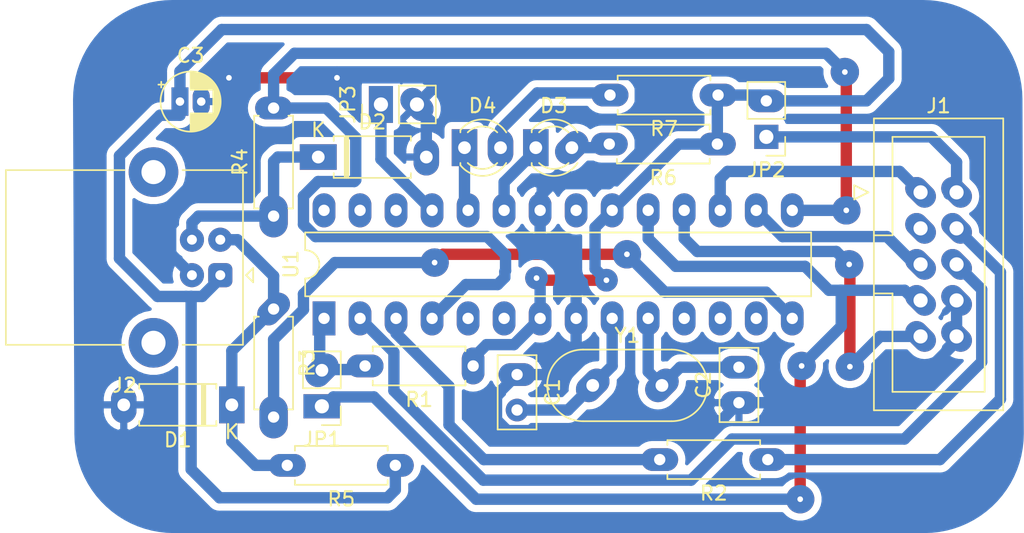
<source format=kicad_pcb>
(kicad_pcb (version 20171130) (host pcbnew "(5.1.7)-1")

  (general
    (thickness 1.6)
    (drawings 0)
    (tracks 218)
    (zones 0)
    (modules 21)
    (nets 34)
  )

  (page A4)
  (title_block
    (title USBasp)
    (rev v1)
    (comment 1 "Redrawn by : Anish")
    (comment 2 "Original Author : Thomas Fischl")
  )

  (layers
    (0 F.Cu signal)
    (31 B.Cu signal)
    (32 B.Adhes user)
    (33 F.Adhes user)
    (34 B.Paste user)
    (35 F.Paste user)
    (36 B.SilkS user)
    (37 F.SilkS user hide)
    (38 B.Mask user)
    (39 F.Mask user)
    (40 Dwgs.User user)
    (41 Cmts.User user)
    (42 Eco1.User user)
    (43 Eco2.User user)
    (44 Edge.Cuts user)
    (45 Margin user)
    (46 B.CrtYd user)
    (47 F.CrtYd user)
    (48 B.Fab user)
    (49 F.Fab user)
  )

  (setup
    (last_trace_width 0.8)
    (trace_clearance 0.25)
    (zone_clearance 0.508)
    (zone_45_only no)
    (trace_min 0.2)
    (via_size 1.6)
    (via_drill 0.4)
    (via_min_size 0.4)
    (via_min_drill 0.3)
    (uvia_size 0.3)
    (uvia_drill 0.1)
    (uvias_allowed no)
    (uvia_min_size 0.2)
    (uvia_min_drill 0.1)
    (edge_width 0.05)
    (segment_width 0.2)
    (pcb_text_width 0.3)
    (pcb_text_size 1.5 1.5)
    (mod_edge_width 0.12)
    (mod_text_size 1 1)
    (mod_text_width 0.15)
    (pad_size 2.6 1.6)
    (pad_drill 0.8)
    (pad_to_mask_clearance 0)
    (aux_axis_origin 0 0)
    (visible_elements 7FFFFFFF)
    (pcbplotparams
      (layerselection 0x010fc_ffffffff)
      (usegerberextensions false)
      (usegerberattributes true)
      (usegerberadvancedattributes true)
      (creategerberjobfile true)
      (excludeedgelayer true)
      (linewidth 0.100000)
      (plotframeref false)
      (viasonmask false)
      (mode 1)
      (useauxorigin false)
      (hpglpennumber 1)
      (hpglpenspeed 20)
      (hpglpendiameter 15.000000)
      (psnegative false)
      (psa4output false)
      (plotreference true)
      (plotvalue true)
      (plotinvisibletext false)
      (padsonsilk false)
      (subtractmaskfromsilk false)
      (outputformat 1)
      (mirror false)
      (drillshape 0)
      (scaleselection 1)
      (outputdirectory "gerber_files/"))
  )

  (net 0 "")
  (net 1 "Net-(C1-Pad2)")
  (net 2 GND)
  (net 3 "Net-(C2-Pad2)")
  (net 4 +5V)
  (net 5 "Net-(D1-Pad1)")
  (net 6 "Net-(D2-Pad1)")
  (net 7 "Net-(D3-Pad2)")
  (net 8 "Net-(D3-Pad1)")
  (net 9 "Net-(D4-Pad2)")
  (net 10 "Net-(D4-Pad1)")
  (net 11 "Net-(J1-Pad6)")
  (net 12 "Net-(J1-Pad4)")
  (net 13 "Net-(J1-Pad2)")
  (net 14 /MISO)
  (net 15 /SCK)
  (net 16 "Net-(J1-Pad5)")
  (net 17 "Net-(J1-Pad3)")
  (net 18 /MOSI)
  (net 19 "Net-(J2-Pad5)")
  (net 20 "Net-(JP1-Pad2)")
  (net 21 "Net-(JP3-Pad1)")
  (net 22 "Net-(R2-Pad2)")
  (net 23 "Net-(R3-Pad2)")
  (net 24 "Net-(R4-Pad2)")
  (net 25 "Net-(U1-Pad28)")
  (net 26 "Net-(U1-Pad27)")
  (net 27 "Net-(U1-Pad13)")
  (net 28 "Net-(U1-Pad26)")
  (net 29 "Net-(U1-Pad12)")
  (net 30 "Net-(U1-Pad11)")
  (net 31 "Net-(U1-Pad21)")
  (net 32 "Net-(U1-Pad6)")
  (net 33 "Net-(U1-Pad5)")

  (net_class Default "This is the default net class."
    (clearance 0.25)
    (trace_width 0.8)
    (via_dia 1.6)
    (via_drill 0.4)
    (uvia_dia 0.3)
    (uvia_drill 0.1)
    (add_net +5V)
    (add_net /MISO)
    (add_net /MOSI)
    (add_net /SCK)
    (add_net GND)
    (add_net "Net-(C1-Pad2)")
    (add_net "Net-(C2-Pad2)")
    (add_net "Net-(D1-Pad1)")
    (add_net "Net-(D2-Pad1)")
    (add_net "Net-(D3-Pad1)")
    (add_net "Net-(D3-Pad2)")
    (add_net "Net-(D4-Pad1)")
    (add_net "Net-(D4-Pad2)")
    (add_net "Net-(J1-Pad2)")
    (add_net "Net-(J1-Pad3)")
    (add_net "Net-(J1-Pad4)")
    (add_net "Net-(J1-Pad5)")
    (add_net "Net-(J1-Pad6)")
    (add_net "Net-(J2-Pad5)")
    (add_net "Net-(JP1-Pad2)")
    (add_net "Net-(JP3-Pad1)")
    (add_net "Net-(R2-Pad2)")
    (add_net "Net-(R3-Pad2)")
    (add_net "Net-(R4-Pad2)")
    (add_net "Net-(U1-Pad11)")
    (add_net "Net-(U1-Pad12)")
    (add_net "Net-(U1-Pad13)")
    (add_net "Net-(U1-Pad21)")
    (add_net "Net-(U1-Pad26)")
    (add_net "Net-(U1-Pad27)")
    (add_net "Net-(U1-Pad28)")
    (add_net "Net-(U1-Pad5)")
    (add_net "Net-(U1-Pad6)")
  )

  (module Resistor_THT:R_Axial_DIN0207_L6.3mm_D2.5mm_P7.62mm_Horizontal (layer F.Cu) (tedit 5AE5139B) (tstamp 5FC11322)
    (at 134.5692 96.6724 180)
    (descr "Resistor, Axial_DIN0207 series, Axial, Horizontal, pin pitch=7.62mm, 0.25W = 1/4W, length*diameter=6.3*2.5mm^2, http://cdn-reichelt.de/documents/datenblatt/B400/1_4W%23YAG.pdf")
    (tags "Resistor Axial_DIN0207 series Axial Horizontal pin pitch 7.62mm 0.25W = 1/4W length 6.3mm diameter 2.5mm")
    (path /5FCC7B6D)
    (fp_text reference R1 (at 3.81 -2.37) (layer F.SilkS)
      (effects (font (size 1 1) (thickness 0.15)))
    )
    (fp_text value 10k (at 3.81 2.37) (layer F.Fab)
      (effects (font (size 1 1) (thickness 0.15)))
    )
    (fp_line (start 0.66 -1.25) (end 0.66 1.25) (layer F.Fab) (width 0.1))
    (fp_line (start 0.66 1.25) (end 6.96 1.25) (layer F.Fab) (width 0.1))
    (fp_line (start 6.96 1.25) (end 6.96 -1.25) (layer F.Fab) (width 0.1))
    (fp_line (start 6.96 -1.25) (end 0.66 -1.25) (layer F.Fab) (width 0.1))
    (fp_line (start 0 0) (end 0.66 0) (layer F.Fab) (width 0.1))
    (fp_line (start 7.62 0) (end 6.96 0) (layer F.Fab) (width 0.1))
    (fp_line (start 0.54 -1.04) (end 0.54 -1.37) (layer F.SilkS) (width 0.12))
    (fp_line (start 0.54 -1.37) (end 7.08 -1.37) (layer F.SilkS) (width 0.12))
    (fp_line (start 7.08 -1.37) (end 7.08 -1.04) (layer F.SilkS) (width 0.12))
    (fp_line (start 0.54 1.04) (end 0.54 1.37) (layer F.SilkS) (width 0.12))
    (fp_line (start 0.54 1.37) (end 7.08 1.37) (layer F.SilkS) (width 0.12))
    (fp_line (start 7.08 1.37) (end 7.08 1.04) (layer F.SilkS) (width 0.12))
    (fp_line (start -1.05 -1.5) (end -1.05 1.5) (layer F.CrtYd) (width 0.05))
    (fp_line (start -1.05 1.5) (end 8.67 1.5) (layer F.CrtYd) (width 0.05))
    (fp_line (start 8.67 1.5) (end 8.67 -1.5) (layer F.CrtYd) (width 0.05))
    (fp_line (start 8.67 -1.5) (end -1.05 -1.5) (layer F.CrtYd) (width 0.05))
    (fp_text user %R (at 3.81 0) (layer F.Fab)
      (effects (font (size 1 1) (thickness 0.15)))
    )
    (pad 2 thru_hole oval (at 7.62 0 180) (size 2.6 1.6) (drill 0.8) (layers *.Cu *.Mask)
      (net 20 "Net-(JP1-Pad2)"))
    (pad 1 thru_hole oval (at 0 0 180) (size 1.6 2.6) (drill 0.8) (layers *.Cu *.Mask)
      (net 4 +5V))
    (model ${KISYS3DMOD}/Resistor_THT.3dshapes/R_Axial_DIN0207_L6.3mm_D2.5mm_P7.62mm_Horizontal.wrl
      (at (xyz 0 0 0))
      (scale (xyz 1 1 1))
      (rotate (xyz 0 0 0))
    )
  )

  (module Connector_PinHeader_2.54mm:PinHeader_1x02_P2.54mm_Vertical (layer F.Cu) (tedit 5FC30A91) (tstamp 5FC20FD8)
    (at 123.9012 99.5172 180)
    (descr "Through hole straight pin header, 1x02, 2.54mm pitch, single row")
    (tags "Through hole pin header THT 1x02 2.54mm single row")
    (path /5FC9610D)
    (fp_text reference JP1 (at 0 -2.33) (layer F.SilkS)
      (effects (font (size 1 1) (thickness 0.15)))
    )
    (fp_text value "Self Programming" (at 0 4.87) (layer F.Fab)
      (effects (font (size 1 1) (thickness 0.15)))
    )
    (fp_line (start -0.635 -1.27) (end 1.27 -1.27) (layer F.Fab) (width 0.1))
    (fp_line (start 1.27 -1.27) (end 1.27 3.81) (layer F.Fab) (width 0.1))
    (fp_line (start 1.27 3.81) (end -1.27 3.81) (layer F.Fab) (width 0.1))
    (fp_line (start -1.27 3.81) (end -1.27 -0.635) (layer F.Fab) (width 0.1))
    (fp_line (start -1.27 -0.635) (end -0.635 -1.27) (layer F.Fab) (width 0.1))
    (fp_line (start -1.33 3.87) (end 1.33 3.87) (layer F.SilkS) (width 0.12))
    (fp_line (start -1.33 1.27) (end -1.33 3.87) (layer F.SilkS) (width 0.12))
    (fp_line (start 1.33 1.27) (end 1.33 3.87) (layer F.SilkS) (width 0.12))
    (fp_line (start -1.33 1.27) (end 1.33 1.27) (layer F.SilkS) (width 0.12))
    (fp_line (start -1.33 0) (end -1.33 -1.33) (layer F.SilkS) (width 0.12))
    (fp_line (start -1.33 -1.33) (end 0 -1.33) (layer F.SilkS) (width 0.12))
    (fp_line (start -1.8 -1.8) (end -1.8 4.35) (layer F.CrtYd) (width 0.05))
    (fp_line (start -1.8 4.35) (end 1.8 4.35) (layer F.CrtYd) (width 0.05))
    (fp_line (start 1.8 4.35) (end 1.8 -1.8) (layer F.CrtYd) (width 0.05))
    (fp_line (start 1.8 -1.8) (end -1.8 -1.8) (layer F.CrtYd) (width 0.05))
    (fp_text user %R (at 0 1.27 90) (layer F.Fab)
      (effects (font (size 1 1) (thickness 0.15)))
    )
    (pad 2 thru_hole oval (at 0 2.54 225) (size 2.6 1.8) (drill 0.9) (layers *.Cu *.Mask)
      (net 20 "Net-(JP1-Pad2)"))
    (pad 1 thru_hole rect (at 0 0 180) (size 2.6 1.7) (drill 1) (layers *.Cu *.Mask)
      (net 15 /SCK))
    (model ${KISYS3DMOD}/Connector_PinHeader_2.54mm.3dshapes/PinHeader_1x02_P2.54mm_Vertical.wrl
      (at (xyz 0 0 0))
      (scale (xyz 1 1 1))
      (rotate (xyz 0 0 0))
    )
  )

  (module LED_THT:LED_D3.0mm (layer F.Cu) (tedit 5FC27CB7) (tstamp 5FC207CB)
    (at 138.9888 81.28)
    (descr "LED, diameter 3.0mm, 2 pins")
    (tags "LED diameter 3.0mm 2 pins")
    (path /5FCA4A7E)
    (fp_text reference D3 (at 1.27 -2.96) (layer F.SilkS)
      (effects (font (size 1 1) (thickness 0.15)))
    )
    (fp_text value Red (at 1.27 2.96) (layer F.Fab)
      (effects (font (size 1 1) (thickness 0.15)))
    )
    (fp_circle (center 1.27 0) (end 2.77 0) (layer F.Fab) (width 0.1))
    (fp_line (start -0.23 -1.16619) (end -0.23 1.16619) (layer F.Fab) (width 0.1))
    (fp_line (start -0.29 -1.236) (end -0.29 -1.08) (layer F.SilkS) (width 0.12))
    (fp_line (start -0.29 1.08) (end -0.29 1.236) (layer F.SilkS) (width 0.12))
    (fp_line (start -1.15 -2.25) (end -1.15 2.25) (layer F.CrtYd) (width 0.05))
    (fp_line (start -1.15 2.25) (end 3.7 2.25) (layer F.CrtYd) (width 0.05))
    (fp_line (start 3.7 2.25) (end 3.7 -2.25) (layer F.CrtYd) (width 0.05))
    (fp_line (start 3.7 -2.25) (end -1.15 -2.25) (layer F.CrtYd) (width 0.05))
    (fp_arc (start 1.27 0) (end 0.229039 1.08) (angle -87.9) (layer F.SilkS) (width 0.12))
    (fp_arc (start 1.27 0) (end 0.229039 -1.08) (angle 87.9) (layer F.SilkS) (width 0.12))
    (fp_arc (start 1.27 0) (end -0.29 1.235516) (angle -108.8) (layer F.SilkS) (width 0.12))
    (fp_arc (start 1.27 0) (end -0.29 -1.235516) (angle 108.8) (layer F.SilkS) (width 0.12))
    (fp_arc (start 1.27 0) (end -0.23 -1.16619) (angle 284.3) (layer F.Fab) (width 0.1))
    (pad 2 thru_hole oval (at 2.54 0 45) (size 2.6 1.8) (drill 0.9) (layers *.Cu *.Mask)
      (net 7 "Net-(D3-Pad2)"))
    (pad 1 thru_hole rect (at 0 0) (size 1.8 2.6) (drill 0.9) (layers *.Cu *.Mask)
      (net 8 "Net-(D3-Pad1)"))
    (model ${KISYS3DMOD}/LED_THT.3dshapes/LED_D3.0mm.wrl
      (at (xyz 0 0 0))
      (scale (xyz 1 1 1))
      (rotate (xyz 0 0 0))
    )
  )

  (module Resistor_THT:R_Axial_DIN0207_L6.3mm_D2.5mm_P7.62mm_Horizontal (layer F.Cu) (tedit 5AE5139B) (tstamp 5FC293F4)
    (at 129.0828 103.6828 180)
    (descr "Resistor, Axial_DIN0207 series, Axial, Horizontal, pin pitch=7.62mm, 0.25W = 1/4W, length*diameter=6.3*2.5mm^2, http://cdn-reichelt.de/documents/datenblatt/B400/1_4W%23YAG.pdf")
    (tags "Resistor Axial_DIN0207 series Axial Horizontal pin pitch 7.62mm 0.25W = 1/4W length 6.3mm diameter 2.5mm")
    (path /5FC4A2B8)
    (fp_text reference R5 (at 3.81 -2.37) (layer F.SilkS)
      (effects (font (size 1 1) (thickness 0.15)))
    )
    (fp_text value 2k2 (at 3.81 2.37) (layer F.Fab)
      (effects (font (size 1 1) (thickness 0.15)))
    )
    (fp_line (start 0.66 -1.25) (end 0.66 1.25) (layer F.Fab) (width 0.1))
    (fp_line (start 0.66 1.25) (end 6.96 1.25) (layer F.Fab) (width 0.1))
    (fp_line (start 6.96 1.25) (end 6.96 -1.25) (layer F.Fab) (width 0.1))
    (fp_line (start 6.96 -1.25) (end 0.66 -1.25) (layer F.Fab) (width 0.1))
    (fp_line (start 0 0) (end 0.66 0) (layer F.Fab) (width 0.1))
    (fp_line (start 7.62 0) (end 6.96 0) (layer F.Fab) (width 0.1))
    (fp_line (start 0.54 -1.04) (end 0.54 -1.37) (layer F.SilkS) (width 0.12))
    (fp_line (start 0.54 -1.37) (end 7.08 -1.37) (layer F.SilkS) (width 0.12))
    (fp_line (start 7.08 -1.37) (end 7.08 -1.04) (layer F.SilkS) (width 0.12))
    (fp_line (start 0.54 1.04) (end 0.54 1.37) (layer F.SilkS) (width 0.12))
    (fp_line (start 0.54 1.37) (end 7.08 1.37) (layer F.SilkS) (width 0.12))
    (fp_line (start 7.08 1.37) (end 7.08 1.04) (layer F.SilkS) (width 0.12))
    (fp_line (start -1.05 -1.5) (end -1.05 1.5) (layer F.CrtYd) (width 0.05))
    (fp_line (start -1.05 1.5) (end 8.67 1.5) (layer F.CrtYd) (width 0.05))
    (fp_line (start 8.67 1.5) (end 8.67 -1.5) (layer F.CrtYd) (width 0.05))
    (fp_line (start 8.67 -1.5) (end -1.05 -1.5) (layer F.CrtYd) (width 0.05))
    (fp_text user %R (at 3.81 0) (layer F.Fab)
      (effects (font (size 1 1) (thickness 0.15)))
    )
    (pad 2 thru_hole oval (at 7.62 0 180) (size 2.6 1.6) (drill 0.8) (layers *.Cu *.Mask)
      (net 5 "Net-(D1-Pad1)"))
    (pad 1 thru_hole oval (at 0 0 180) (size 2.6 1.6) (drill 0.8) (layers *.Cu *.Mask)
      (net 4 +5V))
    (model ${KISYS3DMOD}/Resistor_THT.3dshapes/R_Axial_DIN0207_L6.3mm_D2.5mm_P7.62mm_Horizontal.wrl
      (at (xyz 0 0 0))
      (scale (xyz 1 1 1))
      (rotate (xyz 0 0 0))
    )
  )

  (module Resistor_THT:R_Axial_DIN0207_L6.3mm_D2.5mm_P7.62mm_Horizontal (layer F.Cu) (tedit 5FC27E53) (tstamp 5FC12128)
    (at 120.4976 92.6592 270)
    (descr "Resistor, Axial_DIN0207 series, Axial, Horizontal, pin pitch=7.62mm, 0.25W = 1/4W, length*diameter=6.3*2.5mm^2, http://cdn-reichelt.de/documents/datenblatt/B400/1_4W%23YAG.pdf")
    (tags "Resistor Axial_DIN0207 series Axial Horizontal pin pitch 7.62mm 0.25W = 1/4W length 6.3mm diameter 2.5mm")
    (path /5FC426D9)
    (fp_text reference R3 (at 3.81 -2.37 90) (layer F.SilkS)
      (effects (font (size 1 1) (thickness 0.15)))
    )
    (fp_text value 68 (at 3.81 2.37 90) (layer F.Fab)
      (effects (font (size 1 1) (thickness 0.15)))
    )
    (fp_line (start 0.66 -1.25) (end 0.66 1.25) (layer F.Fab) (width 0.1))
    (fp_line (start 0.66 1.25) (end 6.96 1.25) (layer F.Fab) (width 0.1))
    (fp_line (start 6.96 1.25) (end 6.96 -1.25) (layer F.Fab) (width 0.1))
    (fp_line (start 6.96 -1.25) (end 0.66 -1.25) (layer F.Fab) (width 0.1))
    (fp_line (start 0 0) (end 0.66 0) (layer F.Fab) (width 0.1))
    (fp_line (start 7.62 0) (end 6.96 0) (layer F.Fab) (width 0.1))
    (fp_line (start 0.54 -1.04) (end 0.54 -1.37) (layer F.SilkS) (width 0.12))
    (fp_line (start 0.54 -1.37) (end 7.08 -1.37) (layer F.SilkS) (width 0.12))
    (fp_line (start 7.08 -1.37) (end 7.08 -1.04) (layer F.SilkS) (width 0.12))
    (fp_line (start 0.54 1.04) (end 0.54 1.37) (layer F.SilkS) (width 0.12))
    (fp_line (start 0.54 1.37) (end 7.08 1.37) (layer F.SilkS) (width 0.12))
    (fp_line (start 7.08 1.37) (end 7.08 1.04) (layer F.SilkS) (width 0.12))
    (fp_line (start -1.05 -1.5) (end -1.05 1.5) (layer F.CrtYd) (width 0.05))
    (fp_line (start -1.05 1.5) (end 8.67 1.5) (layer F.CrtYd) (width 0.05))
    (fp_line (start 8.67 1.5) (end 8.67 -1.5) (layer F.CrtYd) (width 0.05))
    (fp_line (start 8.67 -1.5) (end -1.05 -1.5) (layer F.CrtYd) (width 0.05))
    (fp_text user %R (at 3.81 0 90) (layer F.Fab)
      (effects (font (size 1 1) (thickness 0.15)))
    )
    (pad 2 thru_hole oval (at 7.62 0 270) (size 3 2) (drill 0.8) (layers *.Cu *.Mask)
      (net 23 "Net-(R3-Pad2)"))
    (pad 1 thru_hole oval (at 0 0 315) (size 1.6 2.6) (drill 0.8) (layers *.Cu *.Mask)
      (net 5 "Net-(D1-Pad1)"))
    (model ${KISYS3DMOD}/Resistor_THT.3dshapes/R_Axial_DIN0207_L6.3mm_D2.5mm_P7.62mm_Horizontal.wrl
      (at (xyz 0 0 0))
      (scale (xyz 1 1 1))
      (rotate (xyz 0 0 0))
    )
  )

  (module Resistor_THT:R_Axial_DIN0207_L6.3mm_D2.5mm_P7.62mm_Horizontal (layer F.Cu) (tedit 5AE5139B) (tstamp 5FC20282)
    (at 155.3464 103.2764 180)
    (descr "Resistor, Axial_DIN0207 series, Axial, Horizontal, pin pitch=7.62mm, 0.25W = 1/4W, length*diameter=6.3*2.5mm^2, http://cdn-reichelt.de/documents/datenblatt/B400/1_4W%23YAG.pdf")
    (tags "Resistor Axial_DIN0207 series Axial Horizontal pin pitch 7.62mm 0.25W = 1/4W length 6.3mm diameter 2.5mm")
    (path /5FCE8761)
    (fp_text reference R2 (at 3.81 -2.37) (layer F.SilkS)
      (effects (font (size 1 1) (thickness 0.15)))
    )
    (fp_text value 1k (at 3.81 2.37) (layer F.Fab)
      (effects (font (size 1 1) (thickness 0.15)))
    )
    (fp_line (start 0.66 -1.25) (end 0.66 1.25) (layer F.Fab) (width 0.1))
    (fp_line (start 0.66 1.25) (end 6.96 1.25) (layer F.Fab) (width 0.1))
    (fp_line (start 6.96 1.25) (end 6.96 -1.25) (layer F.Fab) (width 0.1))
    (fp_line (start 6.96 -1.25) (end 0.66 -1.25) (layer F.Fab) (width 0.1))
    (fp_line (start 0 0) (end 0.66 0) (layer F.Fab) (width 0.1))
    (fp_line (start 7.62 0) (end 6.96 0) (layer F.Fab) (width 0.1))
    (fp_line (start 0.54 -1.04) (end 0.54 -1.37) (layer F.SilkS) (width 0.12))
    (fp_line (start 0.54 -1.37) (end 7.08 -1.37) (layer F.SilkS) (width 0.12))
    (fp_line (start 7.08 -1.37) (end 7.08 -1.04) (layer F.SilkS) (width 0.12))
    (fp_line (start 0.54 1.04) (end 0.54 1.37) (layer F.SilkS) (width 0.12))
    (fp_line (start 0.54 1.37) (end 7.08 1.37) (layer F.SilkS) (width 0.12))
    (fp_line (start 7.08 1.37) (end 7.08 1.04) (layer F.SilkS) (width 0.12))
    (fp_line (start -1.05 -1.5) (end -1.05 1.5) (layer F.CrtYd) (width 0.05))
    (fp_line (start -1.05 1.5) (end 8.67 1.5) (layer F.CrtYd) (width 0.05))
    (fp_line (start 8.67 1.5) (end 8.67 -1.5) (layer F.CrtYd) (width 0.05))
    (fp_line (start 8.67 -1.5) (end -1.05 -1.5) (layer F.CrtYd) (width 0.05))
    (fp_text user %R (at 3.81 0) (layer F.Fab)
      (effects (font (size 1 1) (thickness 0.15)))
    )
    (pad 2 thru_hole oval (at 7.62 0 180) (size 2.6 1.6) (drill 0.8) (layers *.Cu *.Mask)
      (net 22 "Net-(R2-Pad2)"))
    (pad 1 thru_hole oval (at 0 0 180) (size 2.6 1.6) (drill 0.8) (layers *.Cu *.Mask)
      (net 12 "Net-(J1-Pad4)"))
    (model ${KISYS3DMOD}/Resistor_THT.3dshapes/R_Axial_DIN0207_L6.3mm_D2.5mm_P7.62mm_Horizontal.wrl
      (at (xyz 0 0 0))
      (scale (xyz 1 1 1))
      (rotate (xyz 0 0 0))
    )
  )

  (module Connector_IDC:IDC-Header_2x05_P2.54mm_Vertical (layer F.Cu) (tedit 5FC2783B) (tstamp 5FC12F38)
    (at 166.1216 84.4296)
    (descr "Through hole IDC box header, 2x05, 2.54mm pitch, DIN 41651 / IEC 60603-13, double rows, https://docs.google.com/spreadsheets/d/16SsEcesNF15N3Lb4niX7dcUr-NY5_MFPQhobNuNppn4/edit#gid=0")
    (tags "Through hole vertical IDC box header THT 2x05 2.54mm double row")
    (path /5FC6618D)
    (fp_text reference J1 (at 1.27 -6.1) (layer F.SilkS)
      (effects (font (size 1 1) (thickness 0.15)))
    )
    (fp_text value "2x5 Box Conn" (at 1.27 16.26) (layer F.Fab)
      (effects (font (size 1 1) (thickness 0.15)))
    )
    (fp_line (start -3.18 -4.1) (end -2.18 -5.1) (layer F.Fab) (width 0.1))
    (fp_line (start -2.18 -5.1) (end 5.72 -5.1) (layer F.Fab) (width 0.1))
    (fp_line (start 5.72 -5.1) (end 5.72 15.26) (layer F.Fab) (width 0.1))
    (fp_line (start 5.72 15.26) (end -3.18 15.26) (layer F.Fab) (width 0.1))
    (fp_line (start -3.18 15.26) (end -3.18 -4.1) (layer F.Fab) (width 0.1))
    (fp_line (start -3.18 3.03) (end -1.98 3.03) (layer F.Fab) (width 0.1))
    (fp_line (start -1.98 3.03) (end -1.98 -3.91) (layer F.Fab) (width 0.1))
    (fp_line (start -1.98 -3.91) (end 4.52 -3.91) (layer F.Fab) (width 0.1))
    (fp_line (start 4.52 -3.91) (end 4.52 14.07) (layer F.Fab) (width 0.1))
    (fp_line (start 4.52 14.07) (end -1.98 14.07) (layer F.Fab) (width 0.1))
    (fp_line (start -1.98 14.07) (end -1.98 7.13) (layer F.Fab) (width 0.1))
    (fp_line (start -1.98 7.13) (end -1.98 7.13) (layer F.Fab) (width 0.1))
    (fp_line (start -1.98 7.13) (end -3.18 7.13) (layer F.Fab) (width 0.1))
    (fp_line (start -3.29 -5.21) (end 5.83 -5.21) (layer F.SilkS) (width 0.12))
    (fp_line (start 5.83 -5.21) (end 5.83 15.37) (layer F.SilkS) (width 0.12))
    (fp_line (start 5.83 15.37) (end -3.29 15.37) (layer F.SilkS) (width 0.12))
    (fp_line (start -3.29 15.37) (end -3.29 -5.21) (layer F.SilkS) (width 0.12))
    (fp_line (start -3.29 3.03) (end -1.98 3.03) (layer F.SilkS) (width 0.12))
    (fp_line (start -1.98 3.03) (end -1.98 -3.91) (layer F.SilkS) (width 0.12))
    (fp_line (start -1.98 -3.91) (end 4.52 -3.91) (layer F.SilkS) (width 0.12))
    (fp_line (start 4.52 -3.91) (end 4.52 14.07) (layer F.SilkS) (width 0.12))
    (fp_line (start 4.52 14.07) (end -1.98 14.07) (layer F.SilkS) (width 0.12))
    (fp_line (start -1.98 14.07) (end -1.98 7.13) (layer F.SilkS) (width 0.12))
    (fp_line (start -1.98 7.13) (end -1.98 7.13) (layer F.SilkS) (width 0.12))
    (fp_line (start -1.98 7.13) (end -3.29 7.13) (layer F.SilkS) (width 0.12))
    (fp_line (start -3.68 0) (end -4.68 -0.5) (layer F.SilkS) (width 0.12))
    (fp_line (start -4.68 -0.5) (end -4.68 0.5) (layer F.SilkS) (width 0.12))
    (fp_line (start -4.68 0.5) (end -3.68 0) (layer F.SilkS) (width 0.12))
    (fp_line (start -3.68 -5.6) (end -3.68 15.76) (layer F.CrtYd) (width 0.05))
    (fp_line (start -3.68 15.76) (end 6.22 15.76) (layer F.CrtYd) (width 0.05))
    (fp_line (start 6.22 15.76) (end 6.22 -5.6) (layer F.CrtYd) (width 0.05))
    (fp_line (start 6.22 -5.6) (end -3.68 -5.6) (layer F.CrtYd) (width 0.05))
    (fp_text user %R (at 1.27 5.08 90) (layer F.Fab)
      (effects (font (size 1 1) (thickness 0.15)))
    )
    (pad 10 thru_hole oval (at 2.54 10.16 135) (size 2.4 1.6) (drill 1) (layers *.Cu *.Mask)
      (net 2 GND))
    (pad 8 thru_hole oval (at 2.54 7.62 135) (size 2.4 1.6) (drill 1) (layers *.Cu *.Mask)
      (net 2 GND))
    (pad 6 thru_hole oval (at 2.54 5.08 135) (size 2.4 1.6) (drill 1) (layers *.Cu *.Mask)
      (net 11 "Net-(J1-Pad6)"))
    (pad 4 thru_hole oval (at 2.54 2.54 135) (size 2.4 1.6) (drill 1) (layers *.Cu *.Mask)
      (net 12 "Net-(J1-Pad4)"))
    (pad 2 thru_hole oval (at 2.54 0 135) (size 2.4 1.6) (drill 1) (layers *.Cu *.Mask)
      (net 13 "Net-(J1-Pad2)"))
    (pad 9 thru_hole oval (at 0 10.16 135) (size 2.4 1.6) (drill 1) (layers *.Cu *.Mask)
      (net 14 /MISO))
    (pad 7 thru_hole oval (at 0 7.62 135) (size 2.4 1.6) (drill 1) (layers *.Cu *.Mask)
      (net 15 /SCK))
    (pad 5 thru_hole oval (at 0 5.08 135) (size 2.4 1.6) (drill 1) (layers *.Cu *.Mask)
      (net 16 "Net-(J1-Pad5)"))
    (pad 3 thru_hole oval (at 0 2.54 135) (size 2.4 1.6) (drill 1) (layers *.Cu *.Mask)
      (net 17 "Net-(J1-Pad3)"))
    (pad 1 thru_hole oval (at 0 0 135) (size 2.4 1.6) (drill 1) (layers *.Cu *.Mask)
      (net 18 /MOSI))
    (model ${KISYS3DMOD}/Connector_IDC.3dshapes/IDC-Header_2x05_P2.54mm_Vertical.wrl
      (at (xyz 0 0 0))
      (scale (xyz 1 1 1))
      (rotate (xyz 0 0 0))
    )
  )

  (module Connector_PinHeader_2.54mm:PinHeader_1x02_P2.54mm_Vertical (layer F.Cu) (tedit 59FED5CC) (tstamp 5FC20987)
    (at 155.2448 80.518 180)
    (descr "Through hole straight pin header, 1x02, 2.54mm pitch, single row")
    (tags "Through hole pin header THT 1x02 2.54mm single row")
    (path /5FCEB784)
    (fp_text reference JP2 (at 0 -2.33) (layer F.SilkS)
      (effects (font (size 1 1) (thickness 0.15)))
    )
    (fp_text value VTarget (at 0 4.87) (layer F.Fab)
      (effects (font (size 1 1) (thickness 0.15)))
    )
    (fp_line (start -0.635 -1.27) (end 1.27 -1.27) (layer F.Fab) (width 0.1))
    (fp_line (start 1.27 -1.27) (end 1.27 3.81) (layer F.Fab) (width 0.1))
    (fp_line (start 1.27 3.81) (end -1.27 3.81) (layer F.Fab) (width 0.1))
    (fp_line (start -1.27 3.81) (end -1.27 -0.635) (layer F.Fab) (width 0.1))
    (fp_line (start -1.27 -0.635) (end -0.635 -1.27) (layer F.Fab) (width 0.1))
    (fp_line (start -1.33 3.87) (end 1.33 3.87) (layer F.SilkS) (width 0.12))
    (fp_line (start -1.33 1.27) (end -1.33 3.87) (layer F.SilkS) (width 0.12))
    (fp_line (start 1.33 1.27) (end 1.33 3.87) (layer F.SilkS) (width 0.12))
    (fp_line (start -1.33 1.27) (end 1.33 1.27) (layer F.SilkS) (width 0.12))
    (fp_line (start -1.33 0) (end -1.33 -1.33) (layer F.SilkS) (width 0.12))
    (fp_line (start -1.33 -1.33) (end 0 -1.33) (layer F.SilkS) (width 0.12))
    (fp_line (start -1.8 -1.8) (end -1.8 4.35) (layer F.CrtYd) (width 0.05))
    (fp_line (start -1.8 4.35) (end 1.8 4.35) (layer F.CrtYd) (width 0.05))
    (fp_line (start 1.8 4.35) (end 1.8 -1.8) (layer F.CrtYd) (width 0.05))
    (fp_line (start 1.8 -1.8) (end -1.8 -1.8) (layer F.CrtYd) (width 0.05))
    (fp_text user %R (at 0 1.27 90) (layer F.Fab)
      (effects (font (size 1 1) (thickness 0.15)))
    )
    (pad 2 thru_hole oval (at 0 2.54 180) (size 2.6 1.6) (drill 0.8) (layers *.Cu *.Mask)
      (net 4 +5V))
    (pad 1 thru_hole rect (at 0 0 180) (size 1.7 1.7) (drill 1) (layers *.Cu *.Mask)
      (net 13 "Net-(J1-Pad2)"))
    (model ${KISYS3DMOD}/Connector_PinHeader_2.54mm.3dshapes/PinHeader_1x02_P2.54mm_Vertical.wrl
      (at (xyz 0 0 0))
      (scale (xyz 1 1 1))
      (rotate (xyz 0 0 0))
    )
  )

  (module Capacitor_THT:CP_Radial_D4.0mm_P1.50mm (layer F.Cu) (tedit 5FC27B12) (tstamp 5FC10981)
    (at 113.8936 78.0288)
    (descr "CP, Radial series, Radial, pin pitch=1.50mm, , diameter=4mm, Electrolytic Capacitor")
    (tags "CP Radial series Radial pin pitch 1.50mm  diameter 4mm Electrolytic Capacitor")
    (path /5FD860B4)
    (fp_text reference C3 (at 0.75 -3.25) (layer F.SilkS)
      (effects (font (size 1 1) (thickness 0.15)))
    )
    (fp_text value 4u7 (at 0.75 3.25) (layer F.Fab)
      (effects (font (size 1 1) (thickness 0.15)))
    )
    (fp_circle (center 0.75 0) (end 2.75 0) (layer F.Fab) (width 0.1))
    (fp_circle (center 0.75 0) (end 2.87 0) (layer F.SilkS) (width 0.12))
    (fp_circle (center 0.75 0) (end 3 0) (layer F.CrtYd) (width 0.05))
    (fp_line (start -0.952554 -0.8675) (end -0.552554 -0.8675) (layer F.Fab) (width 0.1))
    (fp_line (start -0.752554 -1.0675) (end -0.752554 -0.6675) (layer F.Fab) (width 0.1))
    (fp_line (start 0.75 0.84) (end 0.75 2.08) (layer F.SilkS) (width 0.12))
    (fp_line (start 0.75 -2.08) (end 0.75 -0.84) (layer F.SilkS) (width 0.12))
    (fp_line (start 0.79 0.84) (end 0.79 2.08) (layer F.SilkS) (width 0.12))
    (fp_line (start 0.79 -2.08) (end 0.79 -0.84) (layer F.SilkS) (width 0.12))
    (fp_line (start 0.83 0.84) (end 0.83 2.079) (layer F.SilkS) (width 0.12))
    (fp_line (start 0.83 -2.079) (end 0.83 -0.84) (layer F.SilkS) (width 0.12))
    (fp_line (start 0.87 -2.077) (end 0.87 -0.84) (layer F.SilkS) (width 0.12))
    (fp_line (start 0.87 0.84) (end 0.87 2.077) (layer F.SilkS) (width 0.12))
    (fp_line (start 0.91 -2.074) (end 0.91 -0.84) (layer F.SilkS) (width 0.12))
    (fp_line (start 0.91 0.84) (end 0.91 2.074) (layer F.SilkS) (width 0.12))
    (fp_line (start 0.95 -2.071) (end 0.95 -0.84) (layer F.SilkS) (width 0.12))
    (fp_line (start 0.95 0.84) (end 0.95 2.071) (layer F.SilkS) (width 0.12))
    (fp_line (start 0.99 -2.067) (end 0.99 -0.84) (layer F.SilkS) (width 0.12))
    (fp_line (start 0.99 0.84) (end 0.99 2.067) (layer F.SilkS) (width 0.12))
    (fp_line (start 1.03 -2.062) (end 1.03 -0.84) (layer F.SilkS) (width 0.12))
    (fp_line (start 1.03 0.84) (end 1.03 2.062) (layer F.SilkS) (width 0.12))
    (fp_line (start 1.07 -2.056) (end 1.07 -0.84) (layer F.SilkS) (width 0.12))
    (fp_line (start 1.07 0.84) (end 1.07 2.056) (layer F.SilkS) (width 0.12))
    (fp_line (start 1.11 -2.05) (end 1.11 -0.84) (layer F.SilkS) (width 0.12))
    (fp_line (start 1.11 0.84) (end 1.11 2.05) (layer F.SilkS) (width 0.12))
    (fp_line (start 1.15 -2.042) (end 1.15 -0.84) (layer F.SilkS) (width 0.12))
    (fp_line (start 1.15 0.84) (end 1.15 2.042) (layer F.SilkS) (width 0.12))
    (fp_line (start 1.19 -2.034) (end 1.19 -0.84) (layer F.SilkS) (width 0.12))
    (fp_line (start 1.19 0.84) (end 1.19 2.034) (layer F.SilkS) (width 0.12))
    (fp_line (start 1.23 -2.025) (end 1.23 -0.84) (layer F.SilkS) (width 0.12))
    (fp_line (start 1.23 0.84) (end 1.23 2.025) (layer F.SilkS) (width 0.12))
    (fp_line (start 1.27 -2.016) (end 1.27 -0.84) (layer F.SilkS) (width 0.12))
    (fp_line (start 1.27 0.84) (end 1.27 2.016) (layer F.SilkS) (width 0.12))
    (fp_line (start 1.31 -2.005) (end 1.31 -0.84) (layer F.SilkS) (width 0.12))
    (fp_line (start 1.31 0.84) (end 1.31 2.005) (layer F.SilkS) (width 0.12))
    (fp_line (start 1.35 -1.994) (end 1.35 -0.84) (layer F.SilkS) (width 0.12))
    (fp_line (start 1.35 0.84) (end 1.35 1.994) (layer F.SilkS) (width 0.12))
    (fp_line (start 1.39 -1.982) (end 1.39 -0.84) (layer F.SilkS) (width 0.12))
    (fp_line (start 1.39 0.84) (end 1.39 1.982) (layer F.SilkS) (width 0.12))
    (fp_line (start 1.43 -1.968) (end 1.43 -0.84) (layer F.SilkS) (width 0.12))
    (fp_line (start 1.43 0.84) (end 1.43 1.968) (layer F.SilkS) (width 0.12))
    (fp_line (start 1.471 -1.954) (end 1.471 -0.84) (layer F.SilkS) (width 0.12))
    (fp_line (start 1.471 0.84) (end 1.471 1.954) (layer F.SilkS) (width 0.12))
    (fp_line (start 1.511 -1.94) (end 1.511 -0.84) (layer F.SilkS) (width 0.12))
    (fp_line (start 1.511 0.84) (end 1.511 1.94) (layer F.SilkS) (width 0.12))
    (fp_line (start 1.551 -1.924) (end 1.551 -0.84) (layer F.SilkS) (width 0.12))
    (fp_line (start 1.551 0.84) (end 1.551 1.924) (layer F.SilkS) (width 0.12))
    (fp_line (start 1.591 -1.907) (end 1.591 -0.84) (layer F.SilkS) (width 0.12))
    (fp_line (start 1.591 0.84) (end 1.591 1.907) (layer F.SilkS) (width 0.12))
    (fp_line (start 1.631 -1.889) (end 1.631 -0.84) (layer F.SilkS) (width 0.12))
    (fp_line (start 1.631 0.84) (end 1.631 1.889) (layer F.SilkS) (width 0.12))
    (fp_line (start 1.671 -1.87) (end 1.671 -0.84) (layer F.SilkS) (width 0.12))
    (fp_line (start 1.671 0.84) (end 1.671 1.87) (layer F.SilkS) (width 0.12))
    (fp_line (start 1.711 -1.851) (end 1.711 -0.84) (layer F.SilkS) (width 0.12))
    (fp_line (start 1.711 0.84) (end 1.711 1.851) (layer F.SilkS) (width 0.12))
    (fp_line (start 1.751 -1.83) (end 1.751 -0.84) (layer F.SilkS) (width 0.12))
    (fp_line (start 1.751 0.84) (end 1.751 1.83) (layer F.SilkS) (width 0.12))
    (fp_line (start 1.791 -1.808) (end 1.791 -0.84) (layer F.SilkS) (width 0.12))
    (fp_line (start 1.791 0.84) (end 1.791 1.808) (layer F.SilkS) (width 0.12))
    (fp_line (start 1.831 -1.785) (end 1.831 -0.84) (layer F.SilkS) (width 0.12))
    (fp_line (start 1.831 0.84) (end 1.831 1.785) (layer F.SilkS) (width 0.12))
    (fp_line (start 1.871 -1.76) (end 1.871 -0.84) (layer F.SilkS) (width 0.12))
    (fp_line (start 1.871 0.84) (end 1.871 1.76) (layer F.SilkS) (width 0.12))
    (fp_line (start 1.911 -1.735) (end 1.911 -0.84) (layer F.SilkS) (width 0.12))
    (fp_line (start 1.911 0.84) (end 1.911 1.735) (layer F.SilkS) (width 0.12))
    (fp_line (start 1.951 -1.708) (end 1.951 -0.84) (layer F.SilkS) (width 0.12))
    (fp_line (start 1.951 0.84) (end 1.951 1.708) (layer F.SilkS) (width 0.12))
    (fp_line (start 1.991 -1.68) (end 1.991 -0.84) (layer F.SilkS) (width 0.12))
    (fp_line (start 1.991 0.84) (end 1.991 1.68) (layer F.SilkS) (width 0.12))
    (fp_line (start 2.031 -1.65) (end 2.031 -0.84) (layer F.SilkS) (width 0.12))
    (fp_line (start 2.031 0.84) (end 2.031 1.65) (layer F.SilkS) (width 0.12))
    (fp_line (start 2.071 -1.619) (end 2.071 -0.84) (layer F.SilkS) (width 0.12))
    (fp_line (start 2.071 0.84) (end 2.071 1.619) (layer F.SilkS) (width 0.12))
    (fp_line (start 2.111 -1.587) (end 2.111 -0.84) (layer F.SilkS) (width 0.12))
    (fp_line (start 2.111 0.84) (end 2.111 1.587) (layer F.SilkS) (width 0.12))
    (fp_line (start 2.151 -1.552) (end 2.151 -0.84) (layer F.SilkS) (width 0.12))
    (fp_line (start 2.151 0.84) (end 2.151 1.552) (layer F.SilkS) (width 0.12))
    (fp_line (start 2.191 -1.516) (end 2.191 -0.84) (layer F.SilkS) (width 0.12))
    (fp_line (start 2.191 0.84) (end 2.191 1.516) (layer F.SilkS) (width 0.12))
    (fp_line (start 2.231 -1.478) (end 2.231 -0.84) (layer F.SilkS) (width 0.12))
    (fp_line (start 2.231 0.84) (end 2.231 1.478) (layer F.SilkS) (width 0.12))
    (fp_line (start 2.271 -1.438) (end 2.271 -0.84) (layer F.SilkS) (width 0.12))
    (fp_line (start 2.271 0.84) (end 2.271 1.438) (layer F.SilkS) (width 0.12))
    (fp_line (start 2.311 -1.396) (end 2.311 -0.84) (layer F.SilkS) (width 0.12))
    (fp_line (start 2.311 0.84) (end 2.311 1.396) (layer F.SilkS) (width 0.12))
    (fp_line (start 2.351 -1.351) (end 2.351 1.351) (layer F.SilkS) (width 0.12))
    (fp_line (start 2.391 -1.304) (end 2.391 1.304) (layer F.SilkS) (width 0.12))
    (fp_line (start 2.431 -1.254) (end 2.431 1.254) (layer F.SilkS) (width 0.12))
    (fp_line (start 2.471 -1.2) (end 2.471 1.2) (layer F.SilkS) (width 0.12))
    (fp_line (start 2.511 -1.142) (end 2.511 1.142) (layer F.SilkS) (width 0.12))
    (fp_line (start 2.551 -1.08) (end 2.551 1.08) (layer F.SilkS) (width 0.12))
    (fp_line (start 2.591 -1.013) (end 2.591 1.013) (layer F.SilkS) (width 0.12))
    (fp_line (start 2.631 -0.94) (end 2.631 0.94) (layer F.SilkS) (width 0.12))
    (fp_line (start 2.671 -0.859) (end 2.671 0.859) (layer F.SilkS) (width 0.12))
    (fp_line (start 2.711 -0.768) (end 2.711 0.768) (layer F.SilkS) (width 0.12))
    (fp_line (start 2.751 -0.664) (end 2.751 0.664) (layer F.SilkS) (width 0.12))
    (fp_line (start 2.791 -0.537) (end 2.791 0.537) (layer F.SilkS) (width 0.12))
    (fp_line (start 2.831 -0.37) (end 2.831 0.37) (layer F.SilkS) (width 0.12))
    (fp_line (start -1.519801 -1.195) (end -1.119801 -1.195) (layer F.SilkS) (width 0.12))
    (fp_line (start -1.319801 -1.395) (end -1.319801 -0.995) (layer F.SilkS) (width 0.12))
    (fp_text user %R (at 0.75 0) (layer F.Fab)
      (effects (font (size 0.8 0.8) (thickness 0.12)))
    )
    (pad 2 thru_hole oval (at 1.5 0) (size 1.2 2) (drill 0.6) (layers *.Cu *.Mask)
      (net 2 GND))
    (pad 1 thru_hole rect (at 0 0) (size 1.2 2) (drill 0.6) (layers *.Cu *.Mask)
      (net 4 +5V))
    (model ${KISYS3DMOD}/Capacitor_THT.3dshapes/CP_Radial_D4.0mm_P1.50mm.wrl
      (at (xyz 0 0 0))
      (scale (xyz 1 1 1))
      (rotate (xyz 0 0 0))
    )
  )

  (module Package_DIP:DIP-28_W7.62mm_LongPads (layer F.Cu) (tedit 5A02E8C5) (tstamp 5FC10B44)
    (at 124.0536 93.3196 90)
    (descr "28-lead though-hole mounted DIP package, row spacing 7.62 mm (300 mils), LongPads")
    (tags "THT DIP DIL PDIP 2.54mm 7.62mm 300mil LongPads")
    (path /5FC1108C)
    (fp_text reference U1 (at 3.81 -2.33 90) (layer F.SilkS)
      (effects (font (size 1 1) (thickness 0.15)))
    )
    (fp_text value ATmega328-PU (at 3.81 35.35 90) (layer F.Fab)
      (effects (font (size 1 1) (thickness 0.15)))
    )
    (fp_line (start 1.635 -1.27) (end 6.985 -1.27) (layer F.Fab) (width 0.1))
    (fp_line (start 6.985 -1.27) (end 6.985 34.29) (layer F.Fab) (width 0.1))
    (fp_line (start 6.985 34.29) (end 0.635 34.29) (layer F.Fab) (width 0.1))
    (fp_line (start 0.635 34.29) (end 0.635 -0.27) (layer F.Fab) (width 0.1))
    (fp_line (start 0.635 -0.27) (end 1.635 -1.27) (layer F.Fab) (width 0.1))
    (fp_line (start 2.81 -1.33) (end 1.56 -1.33) (layer F.SilkS) (width 0.12))
    (fp_line (start 1.56 -1.33) (end 1.56 34.35) (layer F.SilkS) (width 0.12))
    (fp_line (start 1.56 34.35) (end 6.06 34.35) (layer F.SilkS) (width 0.12))
    (fp_line (start 6.06 34.35) (end 6.06 -1.33) (layer F.SilkS) (width 0.12))
    (fp_line (start 6.06 -1.33) (end 4.81 -1.33) (layer F.SilkS) (width 0.12))
    (fp_line (start -1.45 -1.55) (end -1.45 34.55) (layer F.CrtYd) (width 0.05))
    (fp_line (start -1.45 34.55) (end 9.1 34.55) (layer F.CrtYd) (width 0.05))
    (fp_line (start 9.1 34.55) (end 9.1 -1.55) (layer F.CrtYd) (width 0.05))
    (fp_line (start 9.1 -1.55) (end -1.45 -1.55) (layer F.CrtYd) (width 0.05))
    (fp_text user %R (at 3.81 16.51 90) (layer F.Fab)
      (effects (font (size 1 1) (thickness 0.15)))
    )
    (fp_arc (start 3.81 -1.33) (end 2.81 -1.33) (angle -180) (layer F.SilkS) (width 0.12))
    (pad 28 thru_hole oval (at 7.62 0 90) (size 2.4 1.6) (drill 0.8) (layers *.Cu *.Mask)
      (net 25 "Net-(U1-Pad28)"))
    (pad 14 thru_hole oval (at 0 33.02 90) (size 2.4 1.6) (drill 0.8) (layers *.Cu *.Mask)
      (net 23 "Net-(R3-Pad2)"))
    (pad 27 thru_hole oval (at 7.62 2.54 90) (size 2.4 1.6) (drill 0.8) (layers *.Cu *.Mask)
      (net 26 "Net-(U1-Pad27)"))
    (pad 13 thru_hole oval (at 0 30.48 90) (size 2.4 1.6) (drill 0.8) (layers *.Cu *.Mask)
      (net 27 "Net-(U1-Pad13)"))
    (pad 26 thru_hole oval (at 7.62 5.08 90) (size 2.4 1.6) (drill 0.8) (layers *.Cu *.Mask)
      (net 28 "Net-(U1-Pad26)"))
    (pad 12 thru_hole oval (at 0 27.94 90) (size 2.4 1.6) (drill 0.8) (layers *.Cu *.Mask)
      (net 29 "Net-(U1-Pad12)"))
    (pad 25 thru_hole oval (at 7.62 7.62 90) (size 2.4 1.6) (drill 0.8) (layers *.Cu *.Mask)
      (net 21 "Net-(JP3-Pad1)"))
    (pad 11 thru_hole oval (at 0 25.4 90) (size 2.4 1.6) (drill 0.8) (layers *.Cu *.Mask)
      (net 30 "Net-(U1-Pad11)"))
    (pad 24 thru_hole oval (at 7.62 10.16 90) (size 2.4 1.6) (drill 0.8) (layers *.Cu *.Mask)
      (net 10 "Net-(D4-Pad1)"))
    (pad 10 thru_hole oval (at 0 22.86 90) (size 2.4 1.6) (drill 0.8) (layers *.Cu *.Mask)
      (net 3 "Net-(C2-Pad2)"))
    (pad 23 thru_hole oval (at 7.62 12.7 90) (size 2.4 1.6) (drill 0.8) (layers *.Cu *.Mask)
      (net 8 "Net-(D3-Pad1)"))
    (pad 9 thru_hole oval (at 0 20.32 90) (size 2.4 1.6) (drill 0.8) (layers *.Cu *.Mask)
      (net 1 "Net-(C1-Pad2)"))
    (pad 22 thru_hole oval (at 7.62 15.24 90) (size 2.4 1.6) (drill 0.8) (layers *.Cu *.Mask)
      (net 2 GND))
    (pad 8 thru_hole oval (at 0 17.78 90) (size 2.4 1.6) (drill 0.8) (layers *.Cu *.Mask)
      (net 2 GND))
    (pad 21 thru_hole oval (at 7.62 17.78 90) (size 2.4 1.6) (drill 0.8) (layers *.Cu *.Mask)
      (net 31 "Net-(U1-Pad21)"))
    (pad 7 thru_hole oval (at 0 15.24 90) (size 2.4 1.6) (drill 0.8) (layers *.Cu *.Mask)
      (net 4 +5V))
    (pad 20 thru_hole oval (at 7.62 20.32 90) (size 2.4 1.6) (drill 0.8) (layers *.Cu *.Mask)
      (net 4 +5V))
    (pad 6 thru_hole oval (at 0 12.7 90) (size 2.4 1.6) (drill 0.8) (layers *.Cu *.Mask)
      (net 32 "Net-(U1-Pad6)"))
    (pad 19 thru_hole oval (at 7.62 22.86 90) (size 2.4 1.6) (drill 0.8) (layers *.Cu *.Mask)
      (net 15 /SCK))
    (pad 5 thru_hole oval (at 0 10.16 90) (size 2.4 1.6) (drill 0.8) (layers *.Cu *.Mask)
      (net 33 "Net-(U1-Pad5)"))
    (pad 18 thru_hole oval (at 7.62 25.4 90) (size 2.4 1.6) (drill 0.8) (layers *.Cu *.Mask)
      (net 14 /MISO))
    (pad 4 thru_hole oval (at 0 7.62 90) (size 2.4 1.6) (drill 0.8) (layers *.Cu *.Mask)
      (net 24 "Net-(R4-Pad2)"))
    (pad 17 thru_hole oval (at 7.62 27.94 90) (size 2.4 1.6) (drill 0.8) (layers *.Cu *.Mask)
      (net 18 /MOSI))
    (pad 3 thru_hole oval (at 0 5.08 90) (size 2.4 1.6) (drill 0.8) (layers *.Cu *.Mask)
      (net 22 "Net-(R2-Pad2)"))
    (pad 16 thru_hole oval (at 7.62 30.48 90) (size 2.4 1.6) (drill 0.8) (layers *.Cu *.Mask)
      (net 16 "Net-(J1-Pad5)"))
    (pad 2 thru_hole oval (at 0 2.54 90) (size 2.4 1.6) (drill 0.8) (layers *.Cu *.Mask)
      (net 11 "Net-(J1-Pad6)"))
    (pad 15 thru_hole oval (at 7.62 33.02 90) (size 2.4 1.6) (drill 0.8) (layers *.Cu *.Mask)
      (net 24 "Net-(R4-Pad2)"))
    (pad 1 thru_hole rect (at 0 0 90) (size 2.4 1.6) (drill 0.8) (layers *.Cu *.Mask)
      (net 20 "Net-(JP1-Pad2)"))
    (model ${KISYS3DMOD}/Package_DIP.3dshapes/DIP-28_W7.62mm.wrl
      (at (xyz 0 0 0))
      (scale (xyz 1 1 1))
      (rotate (xyz 0 0 0))
    )
  )

  (module Crystal:Crystal_HC49-U_Vertical (layer F.Cu) (tedit 5A1AD3B8) (tstamp 5FC12B00)
    (at 143.002 98.044)
    (descr "Crystal THT HC-49/U http://5hertz.com/pdfs/04404_D.pdf")
    (tags "THT crystalHC-49/U")
    (path /5FD39A41)
    (fp_text reference Y1 (at 2.44 -3.525) (layer F.SilkS)
      (effects (font (size 1 1) (thickness 0.15)))
    )
    (fp_text value 12MHz (at 2.44 3.525) (layer F.Fab)
      (effects (font (size 1 1) (thickness 0.15)))
    )
    (fp_line (start -0.685 -2.325) (end 5.565 -2.325) (layer F.Fab) (width 0.1))
    (fp_line (start -0.685 2.325) (end 5.565 2.325) (layer F.Fab) (width 0.1))
    (fp_line (start -0.56 -2) (end 5.44 -2) (layer F.Fab) (width 0.1))
    (fp_line (start -0.56 2) (end 5.44 2) (layer F.Fab) (width 0.1))
    (fp_line (start -0.685 -2.525) (end 5.565 -2.525) (layer F.SilkS) (width 0.12))
    (fp_line (start -0.685 2.525) (end 5.565 2.525) (layer F.SilkS) (width 0.12))
    (fp_line (start -3.5 -2.8) (end -3.5 2.8) (layer F.CrtYd) (width 0.05))
    (fp_line (start -3.5 2.8) (end 8.4 2.8) (layer F.CrtYd) (width 0.05))
    (fp_line (start 8.4 2.8) (end 8.4 -2.8) (layer F.CrtYd) (width 0.05))
    (fp_line (start 8.4 -2.8) (end -3.5 -2.8) (layer F.CrtYd) (width 0.05))
    (fp_arc (start 5.565 0) (end 5.565 -2.525) (angle 180) (layer F.SilkS) (width 0.12))
    (fp_arc (start -0.685 0) (end -0.685 -2.525) (angle -180) (layer F.SilkS) (width 0.12))
    (fp_arc (start 5.44 0) (end 5.44 -2) (angle 180) (layer F.Fab) (width 0.1))
    (fp_arc (start -0.56 0) (end -0.56 -2) (angle -180) (layer F.Fab) (width 0.1))
    (fp_arc (start 5.565 0) (end 5.565 -2.325) (angle 180) (layer F.Fab) (width 0.1))
    (fp_arc (start -0.685 0) (end -0.685 -2.325) (angle -180) (layer F.Fab) (width 0.1))
    (fp_text user %R (at 2.44 0) (layer F.Fab)
      (effects (font (size 1 1) (thickness 0.15)))
    )
    (pad 2 thru_hole oval (at 4.88 0 45) (size 2.6 1.8) (drill 0.9) (layers *.Cu *.Mask)
      (net 3 "Net-(C2-Pad2)"))
    (pad 1 thru_hole oval (at 0 0 45) (size 2.6 1.8) (drill 0.9) (layers *.Cu *.Mask)
      (net 1 "Net-(C1-Pad2)"))
    (model ${KISYS3DMOD}/Crystal.3dshapes/Crystal_HC49-U_Vertical.wrl
      (at (xyz 0 0 0))
      (scale (xyz 1 1 1))
      (rotate (xyz 0 0 0))
    )
  )

  (module Resistor_THT:R_Axial_DIN0207_L6.3mm_D2.5mm_P7.62mm_Horizontal (layer F.Cu) (tedit 5AE5139B) (tstamp 5FC129A3)
    (at 151.8412 77.5716 180)
    (descr "Resistor, Axial_DIN0207 series, Axial, Horizontal, pin pitch=7.62mm, 0.25W = 1/4W, length*diameter=6.3*2.5mm^2, http://cdn-reichelt.de/documents/datenblatt/B400/1_4W%23YAG.pdf")
    (tags "Resistor Axial_DIN0207 series Axial Horizontal pin pitch 7.62mm 0.25W = 1/4W length 6.3mm diameter 2.5mm")
    (path /5FCA77BD)
    (fp_text reference R7 (at 3.81 -2.37) (layer F.SilkS)
      (effects (font (size 1 1) (thickness 0.15)))
    )
    (fp_text value 1k (at 3.81 2.37) (layer F.Fab)
      (effects (font (size 1 1) (thickness 0.15)))
    )
    (fp_line (start 0.66 -1.25) (end 0.66 1.25) (layer F.Fab) (width 0.1))
    (fp_line (start 0.66 1.25) (end 6.96 1.25) (layer F.Fab) (width 0.1))
    (fp_line (start 6.96 1.25) (end 6.96 -1.25) (layer F.Fab) (width 0.1))
    (fp_line (start 6.96 -1.25) (end 0.66 -1.25) (layer F.Fab) (width 0.1))
    (fp_line (start 0 0) (end 0.66 0) (layer F.Fab) (width 0.1))
    (fp_line (start 7.62 0) (end 6.96 0) (layer F.Fab) (width 0.1))
    (fp_line (start 0.54 -1.04) (end 0.54 -1.37) (layer F.SilkS) (width 0.12))
    (fp_line (start 0.54 -1.37) (end 7.08 -1.37) (layer F.SilkS) (width 0.12))
    (fp_line (start 7.08 -1.37) (end 7.08 -1.04) (layer F.SilkS) (width 0.12))
    (fp_line (start 0.54 1.04) (end 0.54 1.37) (layer F.SilkS) (width 0.12))
    (fp_line (start 0.54 1.37) (end 7.08 1.37) (layer F.SilkS) (width 0.12))
    (fp_line (start 7.08 1.37) (end 7.08 1.04) (layer F.SilkS) (width 0.12))
    (fp_line (start -1.05 -1.5) (end -1.05 1.5) (layer F.CrtYd) (width 0.05))
    (fp_line (start -1.05 1.5) (end 8.67 1.5) (layer F.CrtYd) (width 0.05))
    (fp_line (start 8.67 1.5) (end 8.67 -1.5) (layer F.CrtYd) (width 0.05))
    (fp_line (start 8.67 -1.5) (end -1.05 -1.5) (layer F.CrtYd) (width 0.05))
    (fp_text user %R (at 3.9624 0.1016) (layer F.Fab)
      (effects (font (size 1 1) (thickness 0.15)))
    )
    (pad 2 thru_hole oval (at 7.62 0 180) (size 2.6 1.6) (drill 0.8) (layers *.Cu *.Mask)
      (net 9 "Net-(D4-Pad2)"))
    (pad 1 thru_hole oval (at 0 0 180) (size 2.6 1.6) (drill 0.8) (layers *.Cu *.Mask)
      (net 4 +5V))
    (model ${KISYS3DMOD}/Resistor_THT.3dshapes/R_Axial_DIN0207_L6.3mm_D2.5mm_P7.62mm_Horizontal.wrl
      (at (xyz 0 0 0))
      (scale (xyz 1 1 1))
      (rotate (xyz 0 0 0))
    )
  )

  (module Resistor_THT:R_Axial_DIN0207_L6.3mm_D2.5mm_P7.62mm_Horizontal (layer F.Cu) (tedit 5FC27D26) (tstamp 5FC22851)
    (at 151.7904 81.026 180)
    (descr "Resistor, Axial_DIN0207 series, Axial, Horizontal, pin pitch=7.62mm, 0.25W = 1/4W, length*diameter=6.3*2.5mm^2, http://cdn-reichelt.de/documents/datenblatt/B400/1_4W%23YAG.pdf")
    (tags "Resistor Axial_DIN0207 series Axial Horizontal pin pitch 7.62mm 0.25W = 1/4W length 6.3mm diameter 2.5mm")
    (path /5FCA806D)
    (fp_text reference R6 (at 3.81 -2.37) (layer F.SilkS)
      (effects (font (size 1 1) (thickness 0.15)))
    )
    (fp_text value 1k (at 3.81 2.37) (layer F.Fab)
      (effects (font (size 1 1) (thickness 0.15)))
    )
    (fp_line (start 0.66 -1.25) (end 0.66 1.25) (layer F.Fab) (width 0.1))
    (fp_line (start 0.66 1.25) (end 6.96 1.25) (layer F.Fab) (width 0.1))
    (fp_line (start 6.96 1.25) (end 6.96 -1.25) (layer F.Fab) (width 0.1))
    (fp_line (start 6.96 -1.25) (end 0.66 -1.25) (layer F.Fab) (width 0.1))
    (fp_line (start 0 0) (end 0.66 0) (layer F.Fab) (width 0.1))
    (fp_line (start 7.62 0) (end 6.96 0) (layer F.Fab) (width 0.1))
    (fp_line (start 0.54 -1.04) (end 0.54 -1.37) (layer F.SilkS) (width 0.12))
    (fp_line (start 0.54 -1.37) (end 7.08 -1.37) (layer F.SilkS) (width 0.12))
    (fp_line (start 7.08 -1.37) (end 7.08 -1.04) (layer F.SilkS) (width 0.12))
    (fp_line (start 0.54 1.04) (end 0.54 1.37) (layer F.SilkS) (width 0.12))
    (fp_line (start 0.54 1.37) (end 7.08 1.37) (layer F.SilkS) (width 0.12))
    (fp_line (start 7.08 1.37) (end 7.08 1.04) (layer F.SilkS) (width 0.12))
    (fp_line (start -1.05 -1.5) (end -1.05 1.5) (layer F.CrtYd) (width 0.05))
    (fp_line (start -1.05 1.5) (end 8.67 1.5) (layer F.CrtYd) (width 0.05))
    (fp_line (start 8.67 1.5) (end 8.67 -1.5) (layer F.CrtYd) (width 0.05))
    (fp_line (start 8.67 -1.5) (end -1.05 -1.5) (layer F.CrtYd) (width 0.05))
    (fp_text user %R (at 3.81 0) (layer F.Fab)
      (effects (font (size 1 1) (thickness 0.15)))
    )
    (pad 2 thru_hole oval (at 7.62 0 180) (size 2.6 1.6) (drill 0.8) (layers *.Cu *.Mask)
      (net 7 "Net-(D3-Pad2)"))
    (pad 1 thru_hole oval (at 0 0 180) (size 2.6 1.6) (drill 0.8) (layers *.Cu *.Mask)
      (net 4 +5V))
    (model ${KISYS3DMOD}/Resistor_THT.3dshapes/R_Axial_DIN0207_L6.3mm_D2.5mm_P7.62mm_Horizontal.wrl
      (at (xyz 0 0 0))
      (scale (xyz 1 1 1))
      (rotate (xyz 0 0 0))
    )
  )

  (module Resistor_THT:R_Axial_DIN0207_L6.3mm_D2.5mm_P7.62mm_Horizontal (layer F.Cu) (tedit 5FC27B5E) (tstamp 5FC11C35)
    (at 120.4976 86.106 90)
    (descr "Resistor, Axial_DIN0207 series, Axial, Horizontal, pin pitch=7.62mm, 0.25W = 1/4W, length*diameter=6.3*2.5mm^2, http://cdn-reichelt.de/documents/datenblatt/B400/1_4W%23YAG.pdf")
    (tags "Resistor Axial_DIN0207 series Axial Horizontal pin pitch 7.62mm 0.25W = 1/4W length 6.3mm diameter 2.5mm")
    (path /5FC42F54)
    (fp_text reference R4 (at 3.81 -2.37 90) (layer F.SilkS)
      (effects (font (size 1 1) (thickness 0.15)))
    )
    (fp_text value 68 (at 3.81 2.37 90) (layer F.Fab)
      (effects (font (size 1 1) (thickness 0.15)))
    )
    (fp_line (start 0.66 -1.25) (end 0.66 1.25) (layer F.Fab) (width 0.1))
    (fp_line (start 0.66 1.25) (end 6.96 1.25) (layer F.Fab) (width 0.1))
    (fp_line (start 6.96 1.25) (end 6.96 -1.25) (layer F.Fab) (width 0.1))
    (fp_line (start 6.96 -1.25) (end 0.66 -1.25) (layer F.Fab) (width 0.1))
    (fp_line (start 0 0) (end 0.66 0) (layer F.Fab) (width 0.1))
    (fp_line (start 7.62 0) (end 6.96 0) (layer F.Fab) (width 0.1))
    (fp_line (start 0.54 -1.04) (end 0.54 -1.37) (layer F.SilkS) (width 0.12))
    (fp_line (start 0.54 -1.37) (end 7.08 -1.37) (layer F.SilkS) (width 0.12))
    (fp_line (start 7.08 -1.37) (end 7.08 -1.04) (layer F.SilkS) (width 0.12))
    (fp_line (start 0.54 1.04) (end 0.54 1.37) (layer F.SilkS) (width 0.12))
    (fp_line (start 0.54 1.37) (end 7.08 1.37) (layer F.SilkS) (width 0.12))
    (fp_line (start 7.08 1.37) (end 7.08 1.04) (layer F.SilkS) (width 0.12))
    (fp_line (start -1.05 -1.5) (end -1.05 1.5) (layer F.CrtYd) (width 0.05))
    (fp_line (start -1.05 1.5) (end 8.67 1.5) (layer F.CrtYd) (width 0.05))
    (fp_line (start 8.67 1.5) (end 8.67 -1.5) (layer F.CrtYd) (width 0.05))
    (fp_line (start 8.67 -1.5) (end -1.05 -1.5) (layer F.CrtYd) (width 0.05))
    (fp_text user %R (at 3.7592 0.1016) (layer F.Fab)
      (effects (font (size 1 1) (thickness 0.15)))
    )
    (pad 2 thru_hole oval (at 7.62 0 90) (size 1.6 2.6) (drill 0.8) (layers *.Cu *.Mask)
      (net 24 "Net-(R4-Pad2)"))
    (pad 1 thru_hole oval (at 0 0 90) (size 3 2) (drill 0.8) (layers *.Cu *.Mask)
      (net 6 "Net-(D2-Pad1)"))
    (model ${KISYS3DMOD}/Resistor_THT.3dshapes/R_Axial_DIN0207_L6.3mm_D2.5mm_P7.62mm_Horizontal.wrl
      (at (xyz 0 0 0))
      (scale (xyz 1 1 1))
      (rotate (xyz 0 0 0))
    )
  )

  (module Connector_PinHeader_2.54mm:PinHeader_1x02_P2.54mm_Vertical (layer F.Cu) (tedit 5FC27C33) (tstamp 5FC13871)
    (at 128.0668 78.232 90)
    (descr "Through hole straight pin header, 1x02, 2.54mm pitch, single row")
    (tags "Through hole pin header THT 1x02 2.54mm single row")
    (path /5FC9A20C)
    (fp_text reference JP3 (at 0 -2.33 90) (layer F.SilkS)
      (effects (font (size 1 1) (thickness 0.15)))
    )
    (fp_text value "Slow SCK" (at 0 4.87 90) (layer F.Fab)
      (effects (font (size 1 1) (thickness 0.15)))
    )
    (fp_line (start -0.635 -1.27) (end 1.27 -1.27) (layer F.Fab) (width 0.1))
    (fp_line (start 1.27 -1.27) (end 1.27 3.81) (layer F.Fab) (width 0.1))
    (fp_line (start 1.27 3.81) (end -1.27 3.81) (layer F.Fab) (width 0.1))
    (fp_line (start -1.27 3.81) (end -1.27 -0.635) (layer F.Fab) (width 0.1))
    (fp_line (start -1.27 -0.635) (end -0.635 -1.27) (layer F.Fab) (width 0.1))
    (fp_line (start -1.33 3.87) (end 1.33 3.87) (layer F.SilkS) (width 0.12))
    (fp_line (start -1.33 1.27) (end -1.33 3.87) (layer F.SilkS) (width 0.12))
    (fp_line (start 1.33 1.27) (end 1.33 3.87) (layer F.SilkS) (width 0.12))
    (fp_line (start -1.33 1.27) (end 1.33 1.27) (layer F.SilkS) (width 0.12))
    (fp_line (start -1.33 0) (end -1.33 -1.33) (layer F.SilkS) (width 0.12))
    (fp_line (start -1.33 -1.33) (end 0 -1.33) (layer F.SilkS) (width 0.12))
    (fp_line (start -1.8 -1.8) (end -1.8 4.35) (layer F.CrtYd) (width 0.05))
    (fp_line (start -1.8 4.35) (end 1.8 4.35) (layer F.CrtYd) (width 0.05))
    (fp_line (start 1.8 4.35) (end 1.8 -1.8) (layer F.CrtYd) (width 0.05))
    (fp_line (start 1.8 -1.8) (end -1.8 -1.8) (layer F.CrtYd) (width 0.05))
    (fp_text user %R (at 0 1.27) (layer F.Fab)
      (effects (font (size 1 1) (thickness 0.15)))
    )
    (pad 2 thru_hole oval (at 0 2.54 135) (size 2.6 1.7) (drill 1) (layers *.Cu *.Mask)
      (net 2 GND))
    (pad 1 thru_hole rect (at 0 0 90) (size 2.6 1.7) (drill 1) (layers *.Cu *.Mask)
      (net 21 "Net-(JP3-Pad1)"))
    (model ${KISYS3DMOD}/Connector_PinHeader_2.54mm.3dshapes/PinHeader_1x02_P2.54mm_Vertical.wrl
      (at (xyz 0 0 0))
      (scale (xyz 1 1 1))
      (rotate (xyz 0 0 0))
    )
  )

  (module Connector_USB:USB_B_OST_USB-B1HSxx_Horizontal (layer F.Cu) (tedit 5FC27A55) (tstamp 5FC11E13)
    (at 116.7384 90.2716 180)
    (descr "USB B receptacle, Horizontal, through-hole, http://www.on-shore.com/wp-content/uploads/2015/09/usb-b1hsxx.pdf")
    (tags "USB-B receptacle horizontal through-hole")
    (path /5FC4149A)
    (fp_text reference J2 (at 6.76 -7.77) (layer F.SilkS)
      (effects (font (size 1 1) (thickness 0.15)))
    )
    (fp_text value USB_B (at 6.76 10.27) (layer F.Fab)
      (effects (font (size 1 1) (thickness 0.15)))
    )
    (fp_line (start -0.49 -4.8) (end 15.01 -4.8) (layer F.Fab) (width 0.1))
    (fp_line (start 15.01 -4.8) (end 15.01 7.3) (layer F.Fab) (width 0.1))
    (fp_line (start 15.01 7.3) (end -1.49 7.3) (layer F.Fab) (width 0.1))
    (fp_line (start -1.49 7.3) (end -1.49 -3.8) (layer F.Fab) (width 0.1))
    (fp_line (start -1.49 -3.8) (end -0.49 -4.8) (layer F.Fab) (width 0.1))
    (fp_line (start 2.66 -4.91) (end -1.6 -4.91) (layer F.SilkS) (width 0.12))
    (fp_line (start -1.6 -4.91) (end -1.6 7.41) (layer F.SilkS) (width 0.12))
    (fp_line (start -1.6 7.41) (end 2.66 7.41) (layer F.SilkS) (width 0.12))
    (fp_line (start 6.76 -4.91) (end 15.12 -4.91) (layer F.SilkS) (width 0.12))
    (fp_line (start 15.12 -4.91) (end 15.12 7.41) (layer F.SilkS) (width 0.12))
    (fp_line (start 15.12 7.41) (end 6.76 7.41) (layer F.SilkS) (width 0.12))
    (fp_line (start -1.82 0) (end -2.32 -0.5) (layer F.SilkS) (width 0.12))
    (fp_line (start -2.32 -0.5) (end -2.32 0.5) (layer F.SilkS) (width 0.12))
    (fp_line (start -2.32 0.5) (end -1.82 0) (layer F.SilkS) (width 0.12))
    (fp_line (start -1.99 -7.02) (end -1.99 9.52) (layer F.CrtYd) (width 0.05))
    (fp_line (start -1.99 9.52) (end 15.51 9.52) (layer F.CrtYd) (width 0.05))
    (fp_line (start 15.51 9.52) (end 15.51 -7.02) (layer F.CrtYd) (width 0.05))
    (fp_line (start 15.51 -7.02) (end -1.99 -7.02) (layer F.CrtYd) (width 0.05))
    (fp_text user %R (at 6.76 1.25) (layer F.Fab)
      (effects (font (size 1 1) (thickness 0.15)))
    )
    (pad 5 thru_hole circle (at 4.71 7.27 180) (size 3.5 3.5) (drill 1.7) (layers *.Cu *.Mask)
      (net 19 "Net-(J2-Pad5)"))
    (pad 5 thru_hole circle (at 4.71 -4.77 180) (size 3.5 3.5) (drill 1.7) (layers *.Cu *.Mask)
      (net 19 "Net-(J2-Pad5)"))
    (pad 4 thru_hole circle (at 2 0 180) (size 1.7 1.7) (drill 0.7) (layers *.Cu *.Mask)
      (net 2 GND))
    (pad 3 thru_hole circle (at 2 2.5 180) (size 1.7 1.7) (drill 0.7) (layers *.Cu *.Mask)
      (net 6 "Net-(D2-Pad1)"))
    (pad 2 thru_hole circle (at 0 2.5 180) (size 1.7 1.7) (drill 0.7) (layers *.Cu *.Mask)
      (net 5 "Net-(D1-Pad1)"))
    (pad 1 thru_hole roundrect (at 0 0 180) (size 1.7 1.7) (drill 0.7) (layers *.Cu *.Mask) (roundrect_rratio 0.25)
      (net 4 +5V))
    (model ${KISYS3DMOD}/Connector_USB.3dshapes/USB_B_OST_USB-B1HSxx_Horizontal.wrl
      (at (xyz 0 0 0))
      (scale (xyz 1 1 1))
      (rotate (xyz 0 0 0))
    )
  )

  (module LED_THT:LED_D3.0mm (layer F.Cu) (tedit 5FC27C82) (tstamp 5FC109E5)
    (at 133.9596 81.28)
    (descr "LED, diameter 3.0mm, 2 pins")
    (tags "LED diameter 3.0mm 2 pins")
    (path /5FCA71AE)
    (fp_text reference D4 (at 1.27 -2.96) (layer F.SilkS)
      (effects (font (size 1 1) (thickness 0.15)))
    )
    (fp_text value Green (at 1.27 2.96) (layer F.Fab)
      (effects (font (size 1 1) (thickness 0.15)))
    )
    (fp_circle (center 1.27 0) (end 2.77 0) (layer F.Fab) (width 0.1))
    (fp_line (start -0.23 -1.16619) (end -0.23 1.16619) (layer F.Fab) (width 0.1))
    (fp_line (start -0.29 -1.236) (end -0.29 -1.08) (layer F.SilkS) (width 0.12))
    (fp_line (start -0.29 1.08) (end -0.29 1.236) (layer F.SilkS) (width 0.12))
    (fp_line (start -1.15 -2.25) (end -1.15 2.25) (layer F.CrtYd) (width 0.05))
    (fp_line (start -1.15 2.25) (end 3.7 2.25) (layer F.CrtYd) (width 0.05))
    (fp_line (start 3.7 2.25) (end 3.7 -2.25) (layer F.CrtYd) (width 0.05))
    (fp_line (start 3.7 -2.25) (end -1.15 -2.25) (layer F.CrtYd) (width 0.05))
    (fp_arc (start 1.27 0) (end 0.229039 1.08) (angle -87.9) (layer F.SilkS) (width 0.12))
    (fp_arc (start 1.27 0) (end 0.229039 -1.08) (angle 87.9) (layer F.SilkS) (width 0.12))
    (fp_arc (start 1.27 0) (end -0.29 1.235516) (angle -108.8) (layer F.SilkS) (width 0.12))
    (fp_arc (start 1.27 0) (end -0.29 -1.235516) (angle 108.8) (layer F.SilkS) (width 0.12))
    (fp_arc (start 1.27 0) (end -0.23 -1.16619) (angle 284.3) (layer F.Fab) (width 0.1))
    (pad 2 thru_hole oval (at 2.54 0) (size 1.8 2.6) (drill 0.9) (layers *.Cu *.Mask)
      (net 9 "Net-(D4-Pad2)"))
    (pad 1 thru_hole rect (at 0 0) (size 1.8 2.6) (drill 0.9) (layers *.Cu *.Mask)
      (net 10 "Net-(D4-Pad1)"))
    (model ${KISYS3DMOD}/LED_THT.3dshapes/LED_D3.0mm.wrl
      (at (xyz 0 0 0))
      (scale (xyz 1 1 1))
      (rotate (xyz 0 0 0))
    )
  )

  (module Diode_THT:D_A-405_P7.62mm_Horizontal (layer F.Cu) (tedit 5FC27BC5) (tstamp 5FC137C3)
    (at 123.6472 81.9404)
    (descr "Diode, A-405 series, Axial, Horizontal, pin pitch=7.62mm, , length*diameter=5.2*2.7mm^2, , http://www.diodes.com/_files/packages/A-405.pdf")
    (tags "Diode A-405 series Axial Horizontal pin pitch 7.62mm  length 5.2mm diameter 2.7mm")
    (path /5FC4327E)
    (fp_text reference D2 (at 3.81 -2.47) (layer F.SilkS)
      (effects (font (size 1 1) (thickness 0.15)))
    )
    (fp_text value 3v6 (at 3.81 2.47) (layer F.Fab)
      (effects (font (size 1 1) (thickness 0.15)))
    )
    (fp_line (start 1.21 -1.35) (end 1.21 1.35) (layer F.Fab) (width 0.1))
    (fp_line (start 1.21 1.35) (end 6.41 1.35) (layer F.Fab) (width 0.1))
    (fp_line (start 6.41 1.35) (end 6.41 -1.35) (layer F.Fab) (width 0.1))
    (fp_line (start 6.41 -1.35) (end 1.21 -1.35) (layer F.Fab) (width 0.1))
    (fp_line (start 0 0) (end 1.21 0) (layer F.Fab) (width 0.1))
    (fp_line (start 7.62 0) (end 6.41 0) (layer F.Fab) (width 0.1))
    (fp_line (start 1.99 -1.35) (end 1.99 1.35) (layer F.Fab) (width 0.1))
    (fp_line (start 2.09 -1.35) (end 2.09 1.35) (layer F.Fab) (width 0.1))
    (fp_line (start 1.89 -1.35) (end 1.89 1.35) (layer F.Fab) (width 0.1))
    (fp_line (start 1.09 -1.14) (end 1.09 -1.47) (layer F.SilkS) (width 0.12))
    (fp_line (start 1.09 -1.47) (end 6.53 -1.47) (layer F.SilkS) (width 0.12))
    (fp_line (start 6.53 -1.47) (end 6.53 -1.14) (layer F.SilkS) (width 0.12))
    (fp_line (start 1.09 1.14) (end 1.09 1.47) (layer F.SilkS) (width 0.12))
    (fp_line (start 1.09 1.47) (end 6.53 1.47) (layer F.SilkS) (width 0.12))
    (fp_line (start 6.53 1.47) (end 6.53 1.14) (layer F.SilkS) (width 0.12))
    (fp_line (start 1.99 -1.47) (end 1.99 1.47) (layer F.SilkS) (width 0.12))
    (fp_line (start 2.11 -1.47) (end 2.11 1.47) (layer F.SilkS) (width 0.12))
    (fp_line (start 1.87 -1.47) (end 1.87 1.47) (layer F.SilkS) (width 0.12))
    (fp_line (start -1.15 -1.6) (end -1.15 1.6) (layer F.CrtYd) (width 0.05))
    (fp_line (start -1.15 1.6) (end 8.77 1.6) (layer F.CrtYd) (width 0.05))
    (fp_line (start 8.77 1.6) (end 8.77 -1.6) (layer F.CrtYd) (width 0.05))
    (fp_line (start 8.77 -1.6) (end -1.15 -1.6) (layer F.CrtYd) (width 0.05))
    (fp_text user K (at 0 -1.9) (layer F.SilkS)
      (effects (font (size 1 1) (thickness 0.15)))
    )
    (fp_text user K (at 0 -1.9) (layer F.Fab)
      (effects (font (size 1 1) (thickness 0.15)))
    )
    (fp_text user %R (at 4.2 0) (layer F.Fab)
      (effects (font (size 1 1) (thickness 0.15)))
    )
    (pad 2 thru_hole oval (at 7.62 0) (size 1.8 2.6) (drill 0.9) (layers *.Cu *.Mask)
      (net 2 GND))
    (pad 1 thru_hole rect (at 0 0) (size 2.6 1.8) (drill 0.9) (layers *.Cu *.Mask)
      (net 6 "Net-(D2-Pad1)"))
    (model ${KISYS3DMOD}/Diode_THT.3dshapes/D_A-405_P7.62mm_Horizontal.wrl
      (at (xyz 0 0 0))
      (scale (xyz 1 1 1))
      (rotate (xyz 0 0 0))
    )
  )

  (module Diode_THT:D_A-405_P7.62mm_Horizontal (layer F.Cu) (tedit 5FC27D7F) (tstamp 5FC21282)
    (at 117.5512 99.4156 180)
    (descr "Diode, A-405 series, Axial, Horizontal, pin pitch=7.62mm, , length*diameter=5.2*2.7mm^2, , http://www.diodes.com/_files/packages/A-405.pdf")
    (tags "Diode A-405 series Axial Horizontal pin pitch 7.62mm  length 5.2mm diameter 2.7mm")
    (path /5FC43A3C)
    (fp_text reference D1 (at 3.81 -2.47) (layer F.SilkS)
      (effects (font (size 1 1) (thickness 0.15)))
    )
    (fp_text value 3v6 (at 3.81 2.47) (layer F.Fab)
      (effects (font (size 1 1) (thickness 0.15)))
    )
    (fp_line (start 1.21 -1.35) (end 1.21 1.35) (layer F.Fab) (width 0.1))
    (fp_line (start 1.21 1.35) (end 6.41 1.35) (layer F.Fab) (width 0.1))
    (fp_line (start 6.41 1.35) (end 6.41 -1.35) (layer F.Fab) (width 0.1))
    (fp_line (start 6.41 -1.35) (end 1.21 -1.35) (layer F.Fab) (width 0.1))
    (fp_line (start 0 0) (end 1.21 0) (layer F.Fab) (width 0.1))
    (fp_line (start 7.62 0) (end 6.41 0) (layer F.Fab) (width 0.1))
    (fp_line (start 1.99 -1.35) (end 1.99 1.35) (layer F.Fab) (width 0.1))
    (fp_line (start 2.09 -1.35) (end 2.09 1.35) (layer F.Fab) (width 0.1))
    (fp_line (start 1.89 -1.35) (end 1.89 1.35) (layer F.Fab) (width 0.1))
    (fp_line (start 1.09 -1.14) (end 1.09 -1.47) (layer F.SilkS) (width 0.12))
    (fp_line (start 1.09 -1.47) (end 6.53 -1.47) (layer F.SilkS) (width 0.12))
    (fp_line (start 6.53 -1.47) (end 6.53 -1.14) (layer F.SilkS) (width 0.12))
    (fp_line (start 1.09 1.14) (end 1.09 1.47) (layer F.SilkS) (width 0.12))
    (fp_line (start 1.09 1.47) (end 6.53 1.47) (layer F.SilkS) (width 0.12))
    (fp_line (start 6.53 1.47) (end 6.53 1.14) (layer F.SilkS) (width 0.12))
    (fp_line (start 1.99 -1.47) (end 1.99 1.47) (layer F.SilkS) (width 0.12))
    (fp_line (start 2.11 -1.47) (end 2.11 1.47) (layer F.SilkS) (width 0.12))
    (fp_line (start 1.87 -1.47) (end 1.87 1.47) (layer F.SilkS) (width 0.12))
    (fp_line (start -1.15 -1.6) (end -1.15 1.6) (layer F.CrtYd) (width 0.05))
    (fp_line (start -1.15 1.6) (end 8.77 1.6) (layer F.CrtYd) (width 0.05))
    (fp_line (start 8.77 1.6) (end 8.77 -1.6) (layer F.CrtYd) (width 0.05))
    (fp_line (start 8.77 -1.6) (end -1.15 -1.6) (layer F.CrtYd) (width 0.05))
    (fp_text user K (at 0 -1.9) (layer F.SilkS)
      (effects (font (size 1 1) (thickness 0.15)))
    )
    (fp_text user K (at 0 -1.9) (layer F.Fab)
      (effects (font (size 1 1) (thickness 0.15)))
    )
    (fp_text user %R (at 3.9624 0) (layer F.Fab)
      (effects (font (size 1 1) (thickness 0.15)))
    )
    (pad 2 thru_hole oval (at 7.62 0 180) (size 1.8 2.6) (drill 0.9) (layers *.Cu *.Mask)
      (net 2 GND))
    (pad 1 thru_hole rect (at 0 0 180) (size 1.8 2.6) (drill 0.9) (layers *.Cu *.Mask)
      (net 5 "Net-(D1-Pad1)"))
    (model ${KISYS3DMOD}/Diode_THT.3dshapes/D_A-405_P7.62mm_Horizontal.wrl
      (at (xyz 0 0 0))
      (scale (xyz 1 1 1))
      (rotate (xyz 0 0 0))
    )
  )

  (module Capacitor_THT:C_Disc_D5.0mm_W2.5mm_P2.50mm (layer F.Cu) (tedit 5AE50EF0) (tstamp 5FC10916)
    (at 153.3144 99.2632 90)
    (descr "C, Disc series, Radial, pin pitch=2.50mm, , diameter*width=5*2.5mm^2, Capacitor, http://cdn-reichelt.de/documents/datenblatt/B300/DS_KERKO_TC.pdf")
    (tags "C Disc series Radial pin pitch 2.50mm  diameter 5mm width 2.5mm Capacitor")
    (path /5FD3EC34)
    (fp_text reference C2 (at 1.25 -2.5 90) (layer F.SilkS)
      (effects (font (size 1 1) (thickness 0.15)))
    )
    (fp_text value 22p (at 1.25 2.5 90) (layer F.Fab)
      (effects (font (size 1 1) (thickness 0.15)))
    )
    (fp_line (start -1.25 -1.25) (end -1.25 1.25) (layer F.Fab) (width 0.1))
    (fp_line (start -1.25 1.25) (end 3.75 1.25) (layer F.Fab) (width 0.1))
    (fp_line (start 3.75 1.25) (end 3.75 -1.25) (layer F.Fab) (width 0.1))
    (fp_line (start 3.75 -1.25) (end -1.25 -1.25) (layer F.Fab) (width 0.1))
    (fp_line (start -1.37 -1.37) (end 3.87 -1.37) (layer F.SilkS) (width 0.12))
    (fp_line (start -1.37 1.37) (end 3.87 1.37) (layer F.SilkS) (width 0.12))
    (fp_line (start -1.37 -1.37) (end -1.37 1.37) (layer F.SilkS) (width 0.12))
    (fp_line (start 3.87 -1.37) (end 3.87 1.37) (layer F.SilkS) (width 0.12))
    (fp_line (start -1.5 -1.5) (end -1.5 1.5) (layer F.CrtYd) (width 0.05))
    (fp_line (start -1.5 1.5) (end 4 1.5) (layer F.CrtYd) (width 0.05))
    (fp_line (start 4 1.5) (end 4 -1.5) (layer F.CrtYd) (width 0.05))
    (fp_line (start 4 -1.5) (end -1.5 -1.5) (layer F.CrtYd) (width 0.05))
    (fp_text user %R (at 1.25 0 90) (layer F.Fab)
      (effects (font (size 1 1) (thickness 0.15)))
    )
    (pad 2 thru_hole oval (at 2.5 0 90) (size 1.6 2.6) (drill 0.8) (layers *.Cu *.Mask)
      (net 3 "Net-(C2-Pad2)"))
    (pad 1 thru_hole oval (at 0 0 90) (size 1.6 2.6) (drill 0.8) (layers *.Cu *.Mask)
      (net 2 GND))
    (model ${KISYS3DMOD}/Capacitor_THT.3dshapes/C_Disc_D5.0mm_W2.5mm_P2.50mm.wrl
      (at (xyz 0 0 0))
      (scale (xyz 1 1 1))
      (rotate (xyz 0 0 0))
    )
  )

  (module Capacitor_THT:C_Disc_D5.0mm_W2.5mm_P2.50mm (layer F.Cu) (tedit 5AE50EF0) (tstamp 5FC21D45)
    (at 137.668 97.282 270)
    (descr "C, Disc series, Radial, pin pitch=2.50mm, , diameter*width=5*2.5mm^2, Capacitor, http://cdn-reichelt.de/documents/datenblatt/B300/DS_KERKO_TC.pdf")
    (tags "C Disc series Radial pin pitch 2.50mm  diameter 5mm width 2.5mm Capacitor")
    (path /5FD3A93D)
    (fp_text reference C1 (at 1.25 -2.5 90) (layer F.SilkS)
      (effects (font (size 1 1) (thickness 0.15)))
    )
    (fp_text value 22p (at 1.25 2.5 90) (layer F.Fab)
      (effects (font (size 1 1) (thickness 0.15)))
    )
    (fp_line (start -1.25 -1.25) (end -1.25 1.25) (layer F.Fab) (width 0.1))
    (fp_line (start -1.25 1.25) (end 3.75 1.25) (layer F.Fab) (width 0.1))
    (fp_line (start 3.75 1.25) (end 3.75 -1.25) (layer F.Fab) (width 0.1))
    (fp_line (start 3.75 -1.25) (end -1.25 -1.25) (layer F.Fab) (width 0.1))
    (fp_line (start -1.37 -1.37) (end 3.87 -1.37) (layer F.SilkS) (width 0.12))
    (fp_line (start -1.37 1.37) (end 3.87 1.37) (layer F.SilkS) (width 0.12))
    (fp_line (start -1.37 -1.37) (end -1.37 1.37) (layer F.SilkS) (width 0.12))
    (fp_line (start 3.87 -1.37) (end 3.87 1.37) (layer F.SilkS) (width 0.12))
    (fp_line (start -1.5 -1.5) (end -1.5 1.5) (layer F.CrtYd) (width 0.05))
    (fp_line (start -1.5 1.5) (end 4 1.5) (layer F.CrtYd) (width 0.05))
    (fp_line (start 4 1.5) (end 4 -1.5) (layer F.CrtYd) (width 0.05))
    (fp_line (start 4 -1.5) (end -1.5 -1.5) (layer F.CrtYd) (width 0.05))
    (fp_text user %R (at 1.25 0 90) (layer F.Fab)
      (effects (font (size 1 1) (thickness 0.15)))
    )
    (pad 2 thru_hole circle (at 2.5 0 270) (size 1.6 1.6) (drill 0.8) (layers *.Cu *.Mask)
      (net 1 "Net-(C1-Pad2)"))
    (pad 1 thru_hole oval (at 0 0 270) (size 1.6 2.6) (drill 0.8) (layers *.Cu *.Mask)
      (net 2 GND))
    (model ${KISYS3DMOD}/Capacitor_THT.3dshapes/C_Disc_D5.0mm_W2.5mm_P2.50mm.wrl
      (at (xyz 0 0 0))
      (scale (xyz 1 1 1))
      (rotate (xyz 0 0 0))
    )
  )

  (segment (start 144.3736 96.6724) (end 143.002 98.044) (width 0.8) (layer B.Cu) (net 1))
  (segment (start 144.3736 93.3196) (end 144.3736 96.6724) (width 0.8) (layer B.Cu) (net 1))
  (segment (start 141.264 99.782) (end 143.002 98.044) (width 0.8) (layer B.Cu) (net 1))
  (segment (start 137.668 99.782) (end 141.264 99.782) (width 0.8) (layer B.Cu) (net 1))
  (segment (start 168.6616 94.5896) (end 168.6616 92.0496) (width 0.8) (layer B.Cu) (net 2))
  (segment (start 116.6636 81.918402) (end 116.6636 78.994) (width 0.8) (layer B.Cu) (net 2))
  (segment (start 113.238399 85.343603) (end 116.6636 81.918402) (width 0.8) (layer B.Cu) (net 2))
  (segment (start 113.238399 88.771599) (end 113.238399 85.343603) (width 0.8) (layer B.Cu) (net 2))
  (segment (start 114.7384 90.2716) (end 113.238399 88.771599) (width 0.8) (layer B.Cu) (net 2))
  (segment (start 141.8336 93.3196) (end 141.8336 90.932) (width 0.8) (layer B.Cu) (net 2))
  (segment (start 139.2936 88.392) (end 139.2936 85.6996) (width 0.8) (layer B.Cu) (net 2))
  (segment (start 141.8336 90.932) (end 139.2936 88.392) (width 0.8) (layer B.Cu) (net 2))
  (segment (start 137.668 97.282) (end 140.0048 97.282) (width 0.8) (layer B.Cu) (net 2))
  (segment (start 141.8336 95.4532) (end 141.8336 93.3196) (width 0.8) (layer B.Cu) (net 2))
  (segment (start 140.0048 97.282) (end 141.8336 95.4532) (width 0.8) (layer B.Cu) (net 2))
  (segment (start 151.345599 101.232001) (end 153.3144 99.2632) (width 0.8) (layer B.Cu) (net 2))
  (segment (start 136.971999 101.232001) (end 151.345599 101.232001) (width 0.8) (layer B.Cu) (net 2))
  (segment (start 136.217999 100.478001) (end 136.971999 101.232001) (width 0.8) (layer B.Cu) (net 2))
  (segment (start 136.217999 98.732001) (end 136.217999 100.478001) (width 0.8) (layer B.Cu) (net 2))
  (segment (start 137.668 97.282) (end 136.217999 98.732001) (width 0.8) (layer B.Cu) (net 2))
  (segment (start 131.2672 78.8924) (end 130.6068 78.232) (width 0.8) (layer B.Cu) (net 2))
  (segment (start 131.2672 81.9404) (end 131.2672 78.8924) (width 0.8) (layer B.Cu) (net 2))
  (via (at 117.348 76.3524) (size 1.6) (drill 0.4) (layers F.Cu B.Cu) (net 2))
  (segment (start 116.6636 77.0368) (end 117.348 76.3524) (width 0.8) (layer B.Cu) (net 2))
  (segment (start 116.6636 78.994) (end 116.6636 77.0368) (width 0.8) (layer B.Cu) (net 2))
  (segment (start 117.348 76.3524) (end 124.968 76.3524) (width 0.8) (layer F.Cu) (net 2))
  (via (at 124.968 76.3524) (size 1.6) (drill 0.4) (layers F.Cu B.Cu) (net 2))
  (segment (start 132.2324 76.3524) (end 132.3594 76.4794) (width 0.8) (layer B.Cu) (net 2))
  (segment (start 124.968 76.3524) (end 132.2324 76.3524) (width 0.8) (layer B.Cu) (net 2))
  (segment (start 132.3594 76.4794) (end 130.6068 78.232) (width 0.8) (layer B.Cu) (net 2))
  (segment (start 168.6616 94.9396) (end 168.6616 94.5896) (width 0.8) (layer B.Cu) (net 2))
  (segment (start 164.338 99.2632) (end 168.6616 94.9396) (width 0.8) (layer B.Cu) (net 2))
  (segment (start 153.3144 99.2632) (end 164.338 99.2632) (width 0.8) (layer B.Cu) (net 2))
  (segment (start 132.717201 76.121599) (end 132.3594 76.4794) (width 0.8) (layer B.Cu) (net 2))
  (segment (start 146.3548 76.738398) (end 145.738001 76.121599) (width 0.8) (layer B.Cu) (net 2))
  (segment (start 146.3548 81.534) (end 146.3548 76.738398) (width 0.8) (layer B.Cu) (net 2))
  (segment (start 145.412799 82.476001) (end 146.3548 81.534) (width 0.8) (layer B.Cu) (net 2))
  (segment (start 145.738001 76.121599) (end 132.717201 76.121599) (width 0.8) (layer B.Cu) (net 2))
  (segment (start 145.412799 82.476001) (end 145.412799 82.526801) (width 0.8) (layer B.Cu) (net 2))
  (segment (start 145.412799 82.526801) (end 144.1196 83.82) (width 0.8) (layer B.Cu) (net 2))
  (segment (start 144.1196 83.82) (end 140.1572 83.82) (width 0.8) (layer B.Cu) (net 2))
  (segment (start 139.2936 84.6836) (end 139.2936 85.6996) (width 0.8) (layer B.Cu) (net 2))
  (segment (start 140.1572 83.82) (end 139.2936 84.6836) (width 0.8) (layer B.Cu) (net 2))
  (segment (start 146.9136 97.0756) (end 147.882 98.044) (width 0.8) (layer B.Cu) (net 3))
  (segment (start 146.9136 93.3196) (end 146.9136 97.0756) (width 0.8) (layer B.Cu) (net 3))
  (segment (start 149.1628 96.7632) (end 147.882 98.044) (width 0.8) (layer B.Cu) (net 3))
  (segment (start 153.3144 96.7632) (end 149.1628 96.7632) (width 0.8) (layer B.Cu) (net 3))
  (segment (start 116.7384 90.491602) (end 116.7384 90.2716) (width 0.8) (layer B.Cu) (net 4))
  (segment (start 115.458401 91.771601) (end 116.7384 90.491602) (width 0.8) (layer B.Cu) (net 4))
  (segment (start 149.0472 81.026) (end 151.7904 81.026) (width 0.8) (layer B.Cu) (net 4))
  (segment (start 144.3736 85.6996) (end 149.0472 81.026) (width 0.8) (layer B.Cu) (net 4))
  (segment (start 151.7904 77.6224) (end 151.8412 77.5716) (width 0.8) (layer B.Cu) (net 4))
  (segment (start 151.7904 81.026) (end 151.7904 77.6224) (width 0.8) (layer B.Cu) (net 4))
  (segment (start 154.8384 77.5716) (end 155.2448 77.978) (width 0.8) (layer B.Cu) (net 4))
  (segment (start 151.8412 77.5716) (end 154.8384 77.5716) (width 0.8) (layer B.Cu) (net 4))
  (segment (start 137.44359 95.16961) (end 139.2936 93.3196) (width 0.8) (layer B.Cu) (net 4))
  (segment (start 135.51319 95.16961) (end 137.44359 95.16961) (width 0.8) (layer B.Cu) (net 4))
  (segment (start 134.3152 96.3676) (end 135.51319 95.16961) (width 0.8) (layer B.Cu) (net 4))
  (segment (start 134.3152 96.8756) (end 134.3152 96.3676) (width 0.8) (layer B.Cu) (net 4))
  (segment (start 109.628399 89.089597) (end 112.310403 91.771601) (width 0.8) (layer B.Cu) (net 4))
  (segment (start 112.483998 78.994) (end 109.628399 81.849599) (width 0.8) (layer B.Cu) (net 4))
  (segment (start 113.8936 75.8952) (end 113.8936 78.994) (width 0.8) (layer B.Cu) (net 4))
  (segment (start 109.628399 81.849599) (end 109.628399 89.089597) (width 0.8) (layer B.Cu) (net 4))
  (segment (start 162.306 72.9488) (end 116.84 72.9488) (width 0.8) (layer B.Cu) (net 4))
  (segment (start 163.8808 74.5236) (end 162.306 72.9488) (width 0.8) (layer B.Cu) (net 4))
  (segment (start 163.8808 76.4032) (end 163.8808 74.5236) (width 0.8) (layer B.Cu) (net 4))
  (segment (start 113.8936 78.994) (end 112.483998 78.994) (width 0.8) (layer B.Cu) (net 4))
  (segment (start 162.306 77.978) (end 163.8808 76.4032) (width 0.8) (layer B.Cu) (net 4))
  (segment (start 112.310403 91.771601) (end 114.326801 91.771601) (width 0.8) (layer B.Cu) (net 4))
  (segment (start 116.84 72.9488) (end 113.8936 75.8952) (width 0.8) (layer B.Cu) (net 4))
  (segment (start 155.2448 77.978) (end 162.306 77.978) (width 0.8) (layer B.Cu) (net 4))
  (segment (start 129.0828 103.6828) (end 129.0828 105.41) (width 0.8) (layer B.Cu) (net 4))
  (segment (start 129.0828 105.41) (end 128.524 105.9688) (width 0.8) (layer B.Cu) (net 4))
  (segment (start 128.524 105.9688) (end 116.6876 105.9688) (width 0.8) (layer B.Cu) (net 4))
  (segment (start 114.682401 103.963601) (end 114.682401 91.771601) (width 0.8) (layer B.Cu) (net 4))
  (segment (start 116.6876 105.9688) (end 114.682401 103.963601) (width 0.8) (layer B.Cu) (net 4))
  (segment (start 114.682401 91.771601) (end 115.458401 91.771601) (width 0.8) (layer B.Cu) (net 4))
  (segment (start 114.326801 91.771601) (end 114.682401 91.771601) (width 0.8) (layer B.Cu) (net 4))
  (segment (start 143.167201 89.827201) (end 143.9672 90.6272) (width 0.8) (layer B.Cu) (net 4))
  (segment (start 143.167201 86.905999) (end 143.167201 89.827201) (width 0.8) (layer B.Cu) (net 4))
  (via (at 143.9672 90.6272) (size 1.6) (drill 0.4) (layers F.Cu B.Cu) (net 4))
  (segment (start 144.3736 85.6996) (end 143.167201 86.905999) (width 0.8) (layer B.Cu) (net 4))
  (via (at 139.0396 90.474799) (size 1.6) (drill 0.4) (layers F.Cu B.Cu) (net 4))
  (segment (start 139.2936 93.3196) (end 139.2936 90.728799) (width 0.8) (layer B.Cu) (net 4))
  (segment (start 139.2936 90.728799) (end 139.0396 90.474799) (width 0.8) (layer B.Cu) (net 4))
  (segment (start 143.9672 90.6272) (end 139.192001 90.6272) (width 0.8) (layer F.Cu) (net 4))
  (segment (start 139.192001 90.6272) (end 139.0396 90.474799) (width 0.8) (layer F.Cu) (net 4))
  (segment (start 117.940481 87.7716) (end 116.7384 87.7716) (width 0.8) (layer B.Cu) (net 5))
  (segment (start 120.4976 90.328719) (end 117.940481 87.7716) (width 0.8) (layer B.Cu) (net 5))
  (segment (start 120.4976 92.6592) (end 120.4976 90.328719) (width 0.8) (layer B.Cu) (net 5))
  (segment (start 117.5512 95.6056) (end 120.4976 92.6592) (width 0.8) (layer B.Cu) (net 5))
  (segment (start 117.5512 99.4156) (end 117.5512 95.6056) (width 0.8) (layer B.Cu) (net 5))
  (segment (start 117.5512 99.8728) (end 117.5512 99.4156) (width 0.8) (layer B.Cu) (net 5))
  (segment (start 121.4628 103.6828) (end 119.2276 103.6828) (width 0.8) (layer B.Cu) (net 5))
  (segment (start 117.5512 102.0064) (end 117.5512 99.4156) (width 0.8) (layer B.Cu) (net 5))
  (segment (start 119.2276 103.6828) (end 117.5512 102.0064) (width 0.8) (layer B.Cu) (net 5))
  (segment (start 114.7384 86.569519) (end 114.7384 87.7716) (width 0.8) (layer B.Cu) (net 6))
  (segment (start 115.201919 86.106) (end 114.7384 86.569519) (width 0.8) (layer B.Cu) (net 6))
  (segment (start 120.4976 86.106) (end 115.201919 86.106) (width 0.8) (layer B.Cu) (net 6))
  (segment (start 123.6472 81.9404) (end 120.8024 81.9404) (width 0.8) (layer B.Cu) (net 6))
  (segment (start 120.4976 82.2452) (end 120.4976 86.106) (width 0.8) (layer B.Cu) (net 6))
  (segment (start 120.8024 81.9404) (end 120.4976 82.2452) (width 0.8) (layer B.Cu) (net 6))
  (segment (start 143.9164 81.28) (end 144.1704 81.026) (width 0.8) (layer B.Cu) (net 7))
  (segment (start 141.5288 81.28) (end 143.9164 81.28) (width 0.8) (layer B.Cu) (net 7))
  (segment (start 138.9888 81.28) (end 138.9888 81.4832) (width 0.8) (layer B.Cu) (net 8))
  (segment (start 136.7536 83.7184) (end 136.7536 85.6996) (width 0.8) (layer B.Cu) (net 8))
  (segment (start 138.9888 81.4832) (end 136.7536 83.7184) (width 0.8) (layer B.Cu) (net 8))
  (segment (start 136.4996 80.007208) (end 139.087608 77.4192) (width 0.8) (layer B.Cu) (net 9))
  (segment (start 136.4996 81.28) (end 136.4996 80.007208) (width 0.8) (layer B.Cu) (net 9))
  (segment (start 144.0688 77.4192) (end 144.2212 77.5716) (width 0.8) (layer B.Cu) (net 9))
  (segment (start 139.087608 77.4192) (end 144.0688 77.4192) (width 0.8) (layer B.Cu) (net 9))
  (segment (start 133.9596 85.4456) (end 134.2136 85.6996) (width 0.8) (layer B.Cu) (net 10))
  (segment (start 133.9596 81.28) (end 133.9596 85.4456) (width 0.8) (layer B.Cu) (net 10))
  (segment (start 126.5936 93.3196) (end 126.5936 93.8276) (width 0.8) (layer B.Cu) (net 11))
  (segment (start 128.9812 95.7072) (end 126.5936 93.3196) (width 0.8) (layer B.Cu) (net 11))
  (segment (start 135.283861 104.726401) (end 128.9812 98.42374) (width 0.8) (layer B.Cu) (net 11))
  (segment (start 149.933999 104.726401) (end 135.283861 104.726401) (width 0.8) (layer B.Cu) (net 11))
  (segment (start 152.834001 101.826399) (end 149.933999 104.726401) (width 0.8) (layer B.Cu) (net 11))
  (segment (start 164.986939 101.826399) (end 152.834001 101.826399) (width 0.8) (layer B.Cu) (net 11))
  (segment (start 128.9812 98.42374) (end 128.9812 95.7072) (width 0.8) (layer B.Cu) (net 11))
  (segment (start 170.434 91.282) (end 170.434 96.379338) (width 0.8) (layer B.Cu) (net 11))
  (segment (start 170.434 96.379338) (end 164.986939 101.826399) (width 0.8) (layer B.Cu) (net 11))
  (segment (start 168.6616 89.5096) (end 170.434 91.282) (width 0.8) (layer B.Cu) (net 11))
  (segment (start 155.3464 103.2764) (end 155.5496 103.2764) (width 0.8) (layer B.Cu) (net 12))
  (segment (start 171.7548 90.0628) (end 168.6616 86.9696) (width 0.8) (layer B.Cu) (net 12))
  (segment (start 167.4876 103.2764) (end 171.7548 99.0092) (width 0.8) (layer B.Cu) (net 12))
  (segment (start 171.7548 99.0092) (end 171.7548 90.0628) (width 0.8) (layer B.Cu) (net 12))
  (segment (start 155.3464 103.2764) (end 167.4876 103.2764) (width 0.8) (layer B.Cu) (net 12))
  (segment (start 168.1216 84.4296) (end 168.1216 84.5556) (width 0.8) (layer B.Cu) (net 13))
  (segment (start 155.2448 80.518) (end 166.878 80.518) (width 0.8) (layer B.Cu) (net 13))
  (segment (start 168.6616 82.3016) (end 168.6616 84.4296) (width 0.8) (layer B.Cu) (net 13))
  (segment (start 166.878 80.518) (end 168.6616 82.3016) (width 0.8) (layer B.Cu) (net 13))
  (segment (start 160.17682 88.59962) (end 150.37242 88.59962) (width 0.8) (layer B.Cu) (net 14))
  (segment (start 149.4536 87.6808) (end 149.4536 85.6996) (width 0.8) (layer B.Cu) (net 14))
  (segment (start 150.37242 88.59962) (end 149.4536 87.6808) (width 0.8) (layer B.Cu) (net 14))
  (segment (start 161.1376 96.7232) (end 161.1376 89.5604) (width 0.8) (layer F.Cu) (net 14))
  (segment (start 161.0868 89.5096) (end 160.17682 88.59962) (width 0.8) (layer B.Cu) (net 14))
  (segment (start 161.1376 89.5604) (end 161.0868 89.5096) (width 0.8) (layer F.Cu) (net 14))
  (via (at 161.1376 96.7232) (size 2) (drill 0.4) (layers F.Cu B.Cu) (net 14))
  (via (at 161.0868 89.5096) (size 2) (drill 0.4) (layers F.Cu B.Cu) (net 14))
  (segment (start 163.2712 94.5896) (end 161.1376 96.7232) (width 0.8) (layer B.Cu) (net 14))
  (segment (start 166.1216 94.5896) (end 163.2712 94.5896) (width 0.8) (layer B.Cu) (net 14))
  (segment (start 166.1216 92.0496) (end 166.1216 92.4616) (width 0.8) (layer B.Cu) (net 15))
  (segment (start 166.1216 92.4616) (end 164.9984 91.3384) (width 0.8) (layer B.Cu) (net 15))
  (segment (start 146.9136 87.6996) (end 146.9136 85.6996) (width 0.8) (layer B.Cu) (net 15))
  (segment (start 148.863629 89.649629) (end 146.9136 87.6996) (width 0.8) (layer B.Cu) (net 15))
  (segment (start 157.97563 89.64963) (end 148.863629 89.649629) (width 0.8) (layer B.Cu) (net 15))
  (segment (start 159.6644 91.3384) (end 157.97563 89.64963) (width 0.8) (layer B.Cu) (net 15))
  (segment (start 160.4772 91.3384) (end 159.6644 91.3384) (width 0.8) (layer B.Cu) (net 15))
  (via (at 157.6324 106.0704) (size 2) (drill 0.4) (layers F.Cu B.Cu) (net 15))
  (via (at 157.734 96.6724) (size 2) (drill 0.4) (layers F.Cu B.Cu) (net 15))
  (segment (start 157.6324 96.774) (end 157.734 96.6724) (width 0.8) (layer F.Cu) (net 15))
  (segment (start 157.6324 106.0704) (end 157.6324 96.774) (width 0.8) (layer F.Cu) (net 15))
  (segment (start 157.734 96.6724) (end 160.528 93.8784) (width 0.8) (layer B.Cu) (net 15))
  (segment (start 160.528 93.8784) (end 160.528 91.3384) (width 0.8) (layer B.Cu) (net 15))
  (segment (start 160.528 91.3384) (end 160.4772 91.3384) (width 0.8) (layer B.Cu) (net 15))
  (segment (start 164.9984 91.3384) (end 160.528 91.3384) (width 0.8) (layer B.Cu) (net 15))
  (segment (start 134.784802 106.0704) (end 157.6324 106.0704) (width 0.8) (layer B.Cu) (net 15))
  (segment (start 127.571202 98.8568) (end 134.784802 106.0704) (width 0.8) (layer B.Cu) (net 15))
  (segment (start 124.714 98.8568) (end 127.571202 98.8568) (width 0.8) (layer B.Cu) (net 15))
  (segment (start 123.7488 99.822) (end 124.714 98.8568) (width 0.8) (layer B.Cu) (net 15))
  (segment (start 156.38361 87.54961) (end 163.74961 87.54961) (width 0.8) (layer B.Cu) (net 16))
  (segment (start 154.5336 85.6996) (end 156.38361 87.54961) (width 0.8) (layer B.Cu) (net 16))
  (segment (start 165.7096 89.5096) (end 166.1216 89.5096) (width 0.8) (layer B.Cu) (net 16))
  (segment (start 163.74961 87.54961) (end 165.7096 89.5096) (width 0.8) (layer B.Cu) (net 16))
  (segment (start 166.1216 84.4296) (end 166.1216 84.5256) (width 0.8) (layer B.Cu) (net 18))
  (segment (start 166.1216 84.4296) (end 164.6484 82.9564) (width 0.8) (layer B.Cu) (net 18))
  (segment (start 164.6484 82.9564) (end 152.5016 82.9564) (width 0.8) (layer B.Cu) (net 18))
  (segment (start 151.9936 83.4644) (end 151.9936 85.6996) (width 0.8) (layer B.Cu) (net 18))
  (segment (start 152.5016 82.9564) (end 151.9936 83.4644) (width 0.8) (layer B.Cu) (net 18))
  (segment (start 126.6444 96.9264) (end 126.6952 96.8756) (width 0.8) (layer B.Cu) (net 20))
  (segment (start 123.7488 96.9264) (end 126.6444 96.9264) (width 0.8) (layer B.Cu) (net 20))
  (segment (start 123.7488 93.6244) (end 123.7488 96.9264) (width 0.8) (layer B.Cu) (net 20))
  (segment (start 124.0536 93.3196) (end 123.7488 93.6244) (width 0.8) (layer B.Cu) (net 20))
  (segment (start 128.0668 82.0928) (end 128.0668 78.232) (width 0.8) (layer B.Cu) (net 21))
  (segment (start 131.6736 85.6996) (end 128.0668 82.0928) (width 0.8) (layer B.Cu) (net 21))
  (segment (start 135.318798 103.2764) (end 147.7264 103.2764) (width 0.8) (layer B.Cu) (net 22))
  (segment (start 132.865199 100.822801) (end 135.318798 103.2764) (width 0.8) (layer B.Cu) (net 22))
  (segment (start 132.865199 98.106261) (end 132.865199 100.822801) (width 0.8) (layer B.Cu) (net 22))
  (segment (start 129.1336 94.374662) (end 132.865199 98.106261) (width 0.8) (layer B.Cu) (net 22))
  (segment (start 129.1336 93.3196) (end 129.1336 94.374662) (width 0.8) (layer B.Cu) (net 22))
  (segment (start 148.0852 91.46959) (end 145.41401 88.7984) (width 0.8) (layer B.Cu) (net 23))
  (segment (start 155.22359 91.46959) (end 148.0852 91.46959) (width 0.8) (layer B.Cu) (net 23))
  (segment (start 157.0736 93.3196) (end 155.22359 91.46959) (width 0.8) (layer B.Cu) (net 23))
  (via (at 145.41401 88.7984) (size 2) (drill 0.4) (layers F.Cu B.Cu) (net 23))
  (via (at 131.8514 89.3826) (size 2) (drill 0.4) (layers F.Cu B.Cu) (net 23))
  (segment (start 124.820598 89.3826) (end 131.8514 89.3826) (width 0.8) (layer B.Cu) (net 23))
  (segment (start 122.603599 92.699203) (end 122.603599 91.599599) (width 0.8) (layer B.Cu) (net 23))
  (segment (start 120.4976 100.2792) (end 120.4976 94.805202) (width 0.8) (layer B.Cu) (net 23))
  (segment (start 122.603599 91.599599) (end 124.820598 89.3826) (width 0.8) (layer B.Cu) (net 23))
  (segment (start 145.41401 88.7984) (end 132.4356 88.7984) (width 0.8) (layer F.Cu) (net 23))
  (segment (start 120.4976 94.805202) (end 122.603599 92.699203) (width 0.8) (layer B.Cu) (net 23))
  (segment (start 132.4356 88.7984) (end 131.8514 89.3826) (width 0.8) (layer F.Cu) (net 23))
  (via (at 160.8836 85.6996) (size 2) (drill 0.4) (layers F.Cu B.Cu) (net 24))
  (segment (start 157.0736 85.6996) (end 160.8836 85.6996) (width 0.8) (layer B.Cu) (net 24))
  (via (at 160.782 75.946) (size 2) (drill 0.4) (layers F.Cu B.Cu) (net 24))
  (segment (start 160.8836 76.0476) (end 160.782 75.946) (width 0.8) (layer F.Cu) (net 24))
  (segment (start 160.8836 85.6996) (end 160.8836 76.0476) (width 0.8) (layer F.Cu) (net 24))
  (segment (start 159.4612 74.6252) (end 160.782 75.946) (width 0.8) (layer B.Cu) (net 24))
  (segment (start 121.9708 74.6252) (end 159.4612 74.6252) (width 0.8) (layer B.Cu) (net 24))
  (segment (start 120.4976 76.0984) (end 121.9708 74.6252) (width 0.8) (layer B.Cu) (net 24))
  (segment (start 120.4976 78.486) (end 120.4976 76.0984) (width 0.8) (layer B.Cu) (net 24))
  (segment (start 124.206 78.486) (end 120.4976 78.486) (width 0.8) (layer B.Cu) (net 24))
  (segment (start 126.2888 80.5688) (end 124.206 78.486) (width 0.8) (layer B.Cu) (net 24))
  (segment (start 126.2888 83.566) (end 126.2888 80.5688) (width 0.8) (layer B.Cu) (net 24))
  (segment (start 131.6736 93.3196) (end 134.0612 90.932) (width 0.8) (layer B.Cu) (net 24))
  (segment (start 122.60359 84.698987) (end 123.634977 83.6676) (width 0.8) (layer B.Cu) (net 24))
  (segment (start 134.0612 90.932) (end 136.2964 90.932) (width 0.8) (layer B.Cu) (net 24))
  (segment (start 136.2964 90.932) (end 136.8044 90.424) (width 0.8) (layer B.Cu) (net 24))
  (segment (start 136.8044 90.424) (end 136.8044 90.0176) (width 0.8) (layer B.Cu) (net 24))
  (segment (start 136.8044 90.0176) (end 136.8552 89.9668) (width 0.8) (layer B.Cu) (net 24))
  (segment (start 136.8552 89.9668) (end 136.8552 88.8492) (width 0.8) (layer B.Cu) (net 24))
  (segment (start 123.452987 87.54961) (end 122.60359 86.700213) (width 0.8) (layer B.Cu) (net 24))
  (segment (start 136.8552 88.8492) (end 135.55561 87.54961) (width 0.8) (layer B.Cu) (net 24))
  (segment (start 135.55561 87.54961) (end 123.452987 87.54961) (width 0.8) (layer B.Cu) (net 24))
  (segment (start 123.634977 83.6676) (end 126.1872 83.6676) (width 0.8) (layer B.Cu) (net 24))
  (segment (start 122.60359 86.700213) (end 122.60359 84.698987) (width 0.8) (layer B.Cu) (net 24))
  (segment (start 126.1872 83.6676) (end 126.2888 83.566) (width 0.8) (layer B.Cu) (net 24))

  (zone (net 2) (net_name GND) (layer B.Cu) (tstamp 5FC2333F) (hatch edge 0.508)
    (connect_pads (clearance 0.508))
    (min_thickness 0.254)
    (fill yes (arc_segments 32) (thermal_gap 0.508) (thermal_bridge_width 0.508) (smoothing fillet) (radius 7))
    (polygon
      (pts
        (xy 173.4312 108.458) (xy 106.4768 108.458) (xy 106.3244 70.866) (xy 173.2788 70.866)
      )
    )
    (filled_polygon
      (pts
        (xy 166.81941 71.012208) (xy 167.32886 71.06946) (xy 167.832601 71.164521) (xy 168.327873 71.29687) (xy 168.811906 71.465768)
        (xy 169.281991 71.67027) (xy 169.735528 71.909244) (xy 170.169994 72.181362) (xy 170.58297 72.485106) (xy 170.972158 72.818789)
        (xy 171.335381 73.180541) (xy 171.670631 73.568365) (xy 171.976054 73.980114) (xy 172.249931 74.413477) (xy 172.490739 74.866036)
        (xy 172.697147 75.335293) (xy 172.868004 75.81863) (xy 173.002359 76.313359) (xy 173.099464 76.816726) (xy 173.158781 77.325934)
        (xy 173.180074 77.840494) (xy 173.275698 101.427756) (xy 173.258388 101.94515) (xy 173.202621 102.457424) (xy 173.108632 102.964068)
        (xy 172.976943 103.462265) (xy 172.808304 103.949176) (xy 172.60365 104.422105) (xy 172.364149 104.878349) (xy 172.091125 105.315389)
        (xy 171.786135 105.730729) (xy 171.450873 106.122065) (xy 171.087251 106.487163) (xy 170.697287 106.824002) (xy 170.283178 107.130679)
        (xy 169.847257 107.405468) (xy 169.391975 107.646822) (xy 168.9199 107.853384) (xy 168.433656 108.024002) (xy 167.936021 108.157703)
        (xy 167.429731 108.253751) (xy 166.917708 108.311592) (xy 166.400375 108.331) (xy 113.450858 108.331) (xy 112.93619 108.311792)
        (xy 112.42674 108.25454) (xy 111.922999 108.159479) (xy 111.427727 108.02713) (xy 110.943694 107.858232) (xy 110.473609 107.65373)
        (xy 110.020072 107.414756) (xy 109.585606 107.142638) (xy 109.17263 106.838894) (xy 108.783442 106.505211) (xy 108.420219 106.143459)
        (xy 108.084969 105.755635) (xy 107.779546 105.343886) (xy 107.505669 104.910523) (xy 107.264861 104.457964) (xy 107.058453 103.988707)
        (xy 106.887596 103.50537) (xy 106.753241 103.010641) (xy 106.656136 102.507274) (xy 106.596819 101.998066) (xy 106.575526 101.483506)
        (xy 106.567658 99.5426) (xy 108.3962 99.5426) (xy 108.3962 99.9426) (xy 108.450471 100.239623) (xy 108.561646 100.520351)
        (xy 108.725452 100.773996) (xy 108.935594 100.99081) (xy 109.183996 101.162462) (xy 109.461113 101.282355) (xy 109.56646 101.306636)
        (xy 109.8042 101.185978) (xy 109.8042 99.5426) (xy 110.0582 99.5426) (xy 110.0582 101.185978) (xy 110.29594 101.306636)
        (xy 110.401287 101.282355) (xy 110.678404 101.162462) (xy 110.926806 100.99081) (xy 111.136948 100.773996) (xy 111.300754 100.520351)
        (xy 111.411929 100.239623) (xy 111.4662 99.9426) (xy 111.4662 99.5426) (xy 110.0582 99.5426) (xy 109.8042 99.5426)
        (xy 108.3962 99.5426) (xy 106.567658 99.5426) (xy 106.565007 98.8886) (xy 108.3962 98.8886) (xy 108.3962 99.2886)
        (xy 109.8042 99.2886) (xy 109.8042 97.645222) (xy 110.0582 97.645222) (xy 110.0582 99.2886) (xy 111.4662 99.2886)
        (xy 111.4662 98.8886) (xy 111.411929 98.591577) (xy 111.300754 98.310849) (xy 111.136948 98.057204) (xy 110.926806 97.84039)
        (xy 110.678404 97.668738) (xy 110.401287 97.548845) (xy 110.29594 97.524564) (xy 110.0582 97.645222) (xy 109.8042 97.645222)
        (xy 109.56646 97.524564) (xy 109.461113 97.548845) (xy 109.183996 97.668738) (xy 108.935594 97.84039) (xy 108.725452 98.057204)
        (xy 108.561646 98.310849) (xy 108.450471 98.591577) (xy 108.3962 98.8886) (xy 106.565007 98.8886) (xy 106.49593 81.849599)
        (xy 108.588393 81.849599) (xy 108.593399 81.900427) (xy 108.5934 89.038759) (xy 108.588393 89.089597) (xy 108.608376 89.292492)
        (xy 108.667559 89.48759) (xy 108.763665 89.667394) (xy 108.860596 89.785504) (xy 108.893004 89.824993) (xy 108.932491 89.857399)
        (xy 111.5426 92.467509) (xy 111.575007 92.506997) (xy 111.614495 92.539404) (xy 111.732605 92.636335) (xy 111.776751 92.659931)
        (xy 111.332721 92.748254) (xy 110.898679 92.92804) (xy 110.508051 93.18905) (xy 110.17585 93.521251) (xy 109.91484 93.911879)
        (xy 109.735054 94.345921) (xy 109.6434 94.806698) (xy 109.6434 95.276502) (xy 109.735054 95.737279) (xy 109.91484 96.171321)
        (xy 110.17585 96.561949) (xy 110.508051 96.89415) (xy 110.898679 97.15516) (xy 111.332721 97.334946) (xy 111.793498 97.4266)
        (xy 112.263302 97.4266) (xy 112.724079 97.334946) (xy 113.158121 97.15516) (xy 113.548749 96.89415) (xy 113.647402 96.795497)
        (xy 113.647401 103.912773) (xy 113.642395 103.963601) (xy 113.647401 104.014429) (xy 113.647401 104.014438) (xy 113.662377 104.166495)
        (xy 113.72156 104.361593) (xy 113.817667 104.541398) (xy 113.947005 104.698997) (xy 113.986498 104.731408) (xy 115.919797 106.664708)
        (xy 115.952204 106.704196) (xy 115.991692 106.736603) (xy 116.109802 106.833534) (xy 116.289606 106.929641) (xy 116.335015 106.943415)
        (xy 116.484705 106.988824) (xy 116.636762 107.0038) (xy 116.636765 107.0038) (xy 116.6876 107.008807) (xy 116.738435 107.0038)
        (xy 128.473172 107.0038) (xy 128.524 107.008806) (xy 128.574828 107.0038) (xy 128.574838 107.0038) (xy 128.726895 106.988824)
        (xy 128.921993 106.929641) (xy 129.101797 106.833534) (xy 129.259396 106.704196) (xy 129.291807 106.664703) (xy 129.778703 106.177807)
        (xy 129.818196 106.145396) (xy 129.947534 105.987797) (xy 129.989456 105.909367) (xy 130.043641 105.807994) (xy 130.062318 105.746424)
        (xy 130.102824 105.612895) (xy 130.1178 105.460838) (xy 130.1178 105.460835) (xy 130.122807 105.41) (xy 130.1178 105.359165)
        (xy 130.1178 105.020081) (xy 130.134608 105.014982) (xy 130.383901 104.881732) (xy 130.602408 104.702408) (xy 130.781732 104.483901)
        (xy 130.914982 104.234608) (xy 130.997036 103.964109) (xy 131.016561 103.76587) (xy 134.016999 106.766308) (xy 134.049406 106.805796)
        (xy 134.088894 106.838203) (xy 134.207004 106.935134) (xy 134.303111 106.986504) (xy 134.386809 107.031241) (xy 134.581907 107.090424)
        (xy 134.733964 107.1054) (xy 134.733966 107.1054) (xy 134.784802 107.110407) (xy 134.835637 107.1054) (xy 156.357567 107.1054)
        (xy 156.362413 107.112652) (xy 156.590148 107.340387) (xy 156.857937 107.519318) (xy 157.155488 107.642568) (xy 157.471367 107.7054)
        (xy 157.793433 107.7054) (xy 158.109312 107.642568) (xy 158.406863 107.519318) (xy 158.674652 107.340387) (xy 158.902387 107.112652)
        (xy 159.081318 106.844863) (xy 159.204568 106.547312) (xy 159.2674 106.231433) (xy 159.2674 105.909367) (xy 159.204568 105.593488)
        (xy 159.081318 105.295937) (xy 158.902387 105.028148) (xy 158.674652 104.800413) (xy 158.406863 104.621482) (xy 158.109312 104.498232)
        (xy 157.793433 104.4354) (xy 157.471367 104.4354) (xy 157.155488 104.498232) (xy 156.857937 104.621482) (xy 156.590148 104.800413)
        (xy 156.362413 105.028148) (xy 156.357567 105.0354) (xy 151.08871 105.0354) (xy 153.262712 102.861399) (xy 153.472719 102.861399)
        (xy 153.432164 102.995091) (xy 153.404457 103.2764) (xy 153.432164 103.557709) (xy 153.514218 103.828208) (xy 153.647468 104.077501)
        (xy 153.826792 104.296008) (xy 154.045299 104.475332) (xy 154.294592 104.608582) (xy 154.565091 104.690636) (xy 154.775908 104.7114)
        (xy 155.916892 104.7114) (xy 156.127709 104.690636) (xy 156.398208 104.608582) (xy 156.647501 104.475332) (xy 156.847253 104.3114)
        (xy 167.436772 104.3114) (xy 167.4876 104.316406) (xy 167.538428 104.3114) (xy 167.538438 104.3114) (xy 167.690495 104.296424)
        (xy 167.885593 104.237241) (xy 168.065397 104.141134) (xy 168.222996 104.011796) (xy 168.255407 103.972303) (xy 172.450708 99.777003)
        (xy 172.490196 99.744596) (xy 172.593184 99.619105) (xy 172.619534 99.586998) (xy 172.683974 99.466438) (xy 172.715641 99.407193)
        (xy 172.774824 99.212095) (xy 172.7898 99.060038) (xy 172.7898 99.060029) (xy 172.794806 99.009201) (xy 172.7898 98.958373)
        (xy 172.7898 90.113627) (xy 172.794806 90.062799) (xy 172.7898 90.011971) (xy 172.7898 90.011962) (xy 172.774824 89.859905)
        (xy 172.715641 89.664807) (xy 172.659229 89.559267) (xy 172.619534 89.485002) (xy 172.522603 89.366892) (xy 172.490196 89.327404)
        (xy 172.450708 89.294997) (xy 170.384008 87.228298) (xy 170.35868 86.971134) (xy 170.276625 86.700635) (xy 170.143374 86.451343)
        (xy 170.008986 86.287591) (xy 169.672051 85.950656) (xy 169.745543 85.911374) (xy 169.96405 85.73205) (xy 170.143374 85.513543)
        (xy 170.276625 85.26425) (xy 170.35868 84.993752) (xy 170.386386 84.712443) (xy 170.35868 84.431134) (xy 170.276625 84.160635)
        (xy 170.143374 83.911343) (xy 170.008986 83.747591) (xy 169.6966 83.435205) (xy 169.6966 82.352427) (xy 169.701606 82.301599)
        (xy 169.6966 82.250771) (xy 169.6966 82.250762) (xy 169.681624 82.098705) (xy 169.622441 81.903607) (xy 169.577317 81.819185)
        (xy 169.526334 81.723802) (xy 169.429403 81.605692) (xy 169.396996 81.566204) (xy 169.357508 81.533797) (xy 167.645807 79.822097)
        (xy 167.613396 79.782604) (xy 167.455797 79.653266) (xy 167.275993 79.557159) (xy 167.080895 79.497976) (xy 166.928838 79.483)
        (xy 166.928828 79.483) (xy 166.878 79.477994) (xy 166.827172 79.483) (xy 156.702254 79.483) (xy 156.684302 79.42382)
        (xy 156.625337 79.313506) (xy 156.545985 79.216815) (xy 156.516522 79.192635) (xy 156.545901 79.176932) (xy 156.745653 79.013)
        (xy 162.255172 79.013) (xy 162.306 79.018006) (xy 162.356828 79.013) (xy 162.356838 79.013) (xy 162.508895 78.998024)
        (xy 162.703993 78.938841) (xy 162.883797 78.842734) (xy 163.041396 78.713396) (xy 163.073807 78.673903) (xy 164.576708 77.171003)
        (xy 164.616196 77.138596) (xy 164.693334 77.044603) (xy 164.745534 76.980998) (xy 164.841641 76.801194) (xy 164.86613 76.720463)
        (xy 164.900824 76.606095) (xy 164.9158 76.454038) (xy 164.9158 76.454035) (xy 164.920807 76.4032) (xy 164.9158 76.352365)
        (xy 164.9158 74.574435) (xy 164.920807 74.5236) (xy 164.9158 74.472762) (xy 164.900824 74.320705) (xy 164.841641 74.125607)
        (xy 164.841641 74.125606) (xy 164.745534 73.945802) (xy 164.648603 73.827692) (xy 164.616196 73.788204) (xy 164.576708 73.755797)
        (xy 163.073807 72.252897) (xy 163.041396 72.213404) (xy 162.883797 72.084066) (xy 162.703993 71.987959) (xy 162.508895 71.928776)
        (xy 162.356838 71.9138) (xy 162.356828 71.9138) (xy 162.306 71.908794) (xy 162.255172 71.9138) (xy 116.890835 71.9138)
        (xy 116.84 71.908793) (xy 116.789165 71.9138) (xy 116.789162 71.9138) (xy 116.637105 71.928776) (xy 116.442007 71.987959)
        (xy 116.358309 72.032696) (xy 116.262202 72.084066) (xy 116.144092 72.180997) (xy 116.104604 72.213404) (xy 116.072197 72.252892)
        (xy 113.197697 75.127393) (xy 113.158204 75.159804) (xy 113.028866 75.317403) (xy 112.932759 75.497208) (xy 112.873576 75.692306)
        (xy 112.8586 75.844363) (xy 112.8586 75.844372) (xy 112.853594 75.8952) (xy 112.8586 75.946028) (xy 112.8586 76.564332)
        (xy 112.842415 76.577615) (xy 112.763063 76.674306) (xy 112.704098 76.78462) (xy 112.667788 76.904318) (xy 112.655528 77.0288)
        (xy 112.655528 77.959) (xy 112.534833 77.959) (xy 112.483998 77.953993) (xy 112.433163 77.959) (xy 112.43316 77.959)
        (xy 112.281103 77.973976) (xy 112.086005 78.033159) (xy 112.050017 78.052395) (xy 111.9062 78.129266) (xy 111.842965 78.181162)
        (xy 111.748602 78.258604) (xy 111.716195 78.298092) (xy 108.932496 81.081792) (xy 108.893003 81.114203) (xy 108.763665 81.271802)
        (xy 108.667558 81.451607) (xy 108.608375 81.646705) (xy 108.593399 81.798762) (xy 108.593399 81.798771) (xy 108.588393 81.849599)
        (xy 106.49593 81.849599) (xy 106.479902 77.896244) (xy 106.497212 77.37885) (xy 106.552979 76.866576) (xy 106.646968 76.359932)
        (xy 106.778657 75.861735) (xy 106.947296 75.374824) (xy 107.15195 74.901895) (xy 107.391451 74.445651) (xy 107.664475 74.008611)
        (xy 107.969465 73.593271) (xy 108.304727 73.201935) (xy 108.668349 72.836837) (xy 109.058313 72.499998) (xy 109.472422 72.193321)
        (xy 109.908343 71.918532) (xy 110.363625 71.677178) (xy 110.8357 71.470616) (xy 111.321944 71.299998) (xy 111.819579 71.166297)
        (xy 112.325869 71.070249) (xy 112.837892 71.012408) (xy 113.355225 70.993) (xy 166.304742 70.993)
      )
    )
    (filled_polygon
      (pts
        (xy 155.874668 94.520701) (xy 156.053993 94.739208) (xy 156.2725 94.918532) (xy 156.521793 95.051782) (xy 156.792292 95.133836)
        (xy 157.0736 95.161543) (xy 157.120136 95.15696) (xy 156.959537 95.223482) (xy 156.691748 95.402413) (xy 156.464013 95.630148)
        (xy 156.285082 95.897937) (xy 156.161832 96.195488) (xy 156.099 96.511367) (xy 156.099 96.833433) (xy 156.161832 97.149312)
        (xy 156.285082 97.446863) (xy 156.464013 97.714652) (xy 156.691748 97.942387) (xy 156.959537 98.121318) (xy 157.257088 98.244568)
        (xy 157.572967 98.3074) (xy 157.895033 98.3074) (xy 158.210912 98.244568) (xy 158.508463 98.121318) (xy 158.776252 97.942387)
        (xy 159.003987 97.714652) (xy 159.182918 97.446863) (xy 159.306168 97.149312) (xy 159.369 96.833433) (xy 159.369 96.511367)
        (xy 159.367298 96.502812) (xy 159.550934 96.319177) (xy 159.5026 96.562167) (xy 159.5026 96.884233) (xy 159.565432 97.200112)
        (xy 159.688682 97.497663) (xy 159.867613 97.765452) (xy 160.095348 97.993187) (xy 160.363137 98.172118) (xy 160.660688 98.295368)
        (xy 160.976567 98.3582) (xy 161.298633 98.3582) (xy 161.614512 98.295368) (xy 161.912063 98.172118) (xy 162.179852 97.993187)
        (xy 162.407587 97.765452) (xy 162.586518 97.497663) (xy 162.709768 97.200112) (xy 162.7726 96.884233) (xy 162.7726 96.562167)
        (xy 162.770898 96.553612) (xy 163.699911 95.6246) (xy 165.127205 95.6246) (xy 165.439591 95.936986) (xy 165.603343 96.071374)
        (xy 165.852635 96.204625) (xy 166.123134 96.28668) (xy 166.404443 96.314386) (xy 166.685752 96.28668) (xy 166.95625 96.204625)
        (xy 167.205543 96.071374) (xy 167.42405 95.89205) (xy 167.603374 95.673543) (xy 167.736625 95.42425) (xy 167.775501 95.296094)
        (xy 168.481995 94.5896) (xy 168.467853 94.575458) (xy 168.647458 94.395853) (xy 168.6616 94.409995) (xy 168.675743 94.395853)
        (xy 168.855348 94.575458) (xy 168.841205 94.5896) (xy 168.855348 94.603743) (xy 168.675743 94.783348) (xy 168.6616 94.769205)
        (xy 167.736704 95.694101) (xy 168.019547 95.976944) (xy 168.252796 96.136158) (xy 168.512625 96.24681) (xy 168.789048 96.304645)
        (xy 169.042472 96.307155) (xy 164.558229 100.791399) (xy 152.884828 100.791399) (xy 152.834 100.786393) (xy 152.783172 100.791399)
        (xy 152.783163 100.791399) (xy 152.631106 100.806375) (xy 152.436008 100.865558) (xy 152.384997 100.892824) (xy 152.256203 100.961665)
        (xy 152.144083 101.05368) (xy 152.098605 101.091003) (xy 152.066198 101.130491) (xy 149.640817 103.555873) (xy 149.668343 103.2764)
        (xy 149.640636 102.995091) (xy 149.558582 102.724592) (xy 149.425332 102.475299) (xy 149.246008 102.256792) (xy 149.027501 102.077468)
        (xy 148.778208 101.944218) (xy 148.507709 101.862164) (xy 148.296892 101.8414) (xy 147.155908 101.8414) (xy 146.945091 101.862164)
        (xy 146.674592 101.944218) (xy 146.425299 102.077468) (xy 146.225547 102.2414) (xy 135.747509 102.2414) (xy 133.900199 100.394091)
        (xy 133.900199 98.441941) (xy 134.017392 98.504582) (xy 134.287891 98.586636) (xy 134.5692 98.614343) (xy 134.850508 98.586636)
        (xy 135.121007 98.504582) (xy 135.3703 98.371332) (xy 135.588807 98.192008) (xy 135.768132 97.973501) (xy 135.843875 97.831795)
        (xy 135.904285 97.973646) (xy 136.0635 98.206895) (xy 136.265161 98.404601) (xy 136.501517 98.559166) (xy 136.759627 98.663096)
        (xy 136.753241 98.667363) (xy 136.553363 98.867241) (xy 136.39632 99.102273) (xy 136.288147 99.363426) (xy 136.233 99.640665)
        (xy 136.233 99.923335) (xy 136.288147 100.200574) (xy 136.39632 100.461727) (xy 136.553363 100.696759) (xy 136.753241 100.896637)
        (xy 136.988273 101.05368) (xy 137.249426 101.161853) (xy 137.526665 101.217) (xy 137.809335 101.217) (xy 138.086574 101.161853)
        (xy 138.347727 101.05368) (xy 138.582759 100.896637) (xy 138.662396 100.817) (xy 141.213172 100.817) (xy 141.264 100.822006)
        (xy 141.314828 100.817) (xy 141.314838 100.817) (xy 141.466895 100.802024) (xy 141.661993 100.742841) (xy 141.841797 100.646734)
        (xy 141.999396 100.517396) (xy 142.031807 100.477903) (xy 142.647498 99.862212) (xy 142.719157 99.86927) (xy 143.020069 99.839632)
        (xy 143.309418 99.751859) (xy 143.576083 99.609324) (xy 143.751244 99.465573) (xy 144.423573 98.793244) (xy 144.567324 98.618083)
        (xy 144.709859 98.351418) (xy 144.797633 98.062069) (xy 144.82727 97.761157) (xy 144.820212 97.689498) (xy 145.069508 97.440203)
        (xy 145.108996 97.407796) (xy 145.163816 97.340998) (xy 145.238334 97.250198) (xy 145.294338 97.14542) (xy 145.334441 97.070393)
        (xy 145.393624 96.875295) (xy 145.4086 96.723238) (xy 145.4086 96.723229) (xy 145.413606 96.672401) (xy 145.4086 96.621573)
        (xy 145.4086 94.720453) (xy 145.572532 94.520701) (xy 145.6436 94.387742) (xy 145.714668 94.520701) (xy 145.8786 94.720452)
        (xy 145.878601 97.024762) (xy 145.873594 97.0756) (xy 145.893577 97.278495) (xy 145.95276 97.473593) (xy 146.048866 97.653397)
        (xy 146.108815 97.726444) (xy 146.158757 97.787298) (xy 146.086368 98.025931) (xy 146.05673 98.326843) (xy 146.086368 98.627755)
        (xy 146.174141 98.917104) (xy 146.316676 99.183769) (xy 146.508497 99.417503) (xy 146.742231 99.609324) (xy 147.008896 99.751859)
        (xy 147.298245 99.839632) (xy 147.599157 99.86927) (xy 147.900069 99.839632) (xy 148.189418 99.751859) (xy 148.450629 99.612239)
        (xy 151.422496 99.612239) (xy 151.440033 99.695018) (xy 151.550685 99.954846) (xy 151.7099 100.188095) (xy 151.911561 100.385801)
        (xy 152.147917 100.540366) (xy 152.409886 100.64585) (xy 152.6874 100.6982) (xy 153.1874 100.6982) (xy 153.1874 99.3902)
        (xy 153.4414 99.3902) (xy 153.4414 100.6982) (xy 153.9414 100.6982) (xy 154.218914 100.64585) (xy 154.480883 100.540366)
        (xy 154.717239 100.385801) (xy 154.9189 100.188095) (xy 155.078115 99.954846) (xy 155.188767 99.695018) (xy 155.206304 99.612239)
        (xy 155.084315 99.3902) (xy 153.4414 99.3902) (xy 153.1874 99.3902) (xy 151.544485 99.3902) (xy 151.422496 99.612239)
        (xy 148.450629 99.612239) (xy 148.456083 99.609324) (xy 148.631244 99.465573) (xy 149.303573 98.793244) (xy 149.447324 98.618083)
        (xy 149.589859 98.351418) (xy 149.677633 98.062069) (xy 149.703622 97.7982) (xy 151.813547 97.7982) (xy 152.013299 97.962132)
        (xy 152.107484 98.012475) (xy 151.911561 98.140599) (xy 151.7099 98.338305) (xy 151.550685 98.571554) (xy 151.440033 98.831382)
        (xy 151.422496 98.914161) (xy 151.544485 99.1362) (xy 153.1874 99.1362) (xy 153.1874 99.1162) (xy 153.4414 99.1162)
        (xy 153.4414 99.1362) (xy 155.084315 99.1362) (xy 155.206304 98.914161) (xy 155.188767 98.831382) (xy 155.078115 98.571554)
        (xy 154.9189 98.338305) (xy 154.717239 98.140599) (xy 154.521316 98.012475) (xy 154.615501 97.962132) (xy 154.834008 97.782808)
        (xy 155.013332 97.564301) (xy 155.146582 97.315008) (xy 155.228636 97.044509) (xy 155.256343 96.7632) (xy 155.228636 96.481891)
        (xy 155.146582 96.211392) (xy 155.013332 95.962099) (xy 154.834008 95.743592) (xy 154.615501 95.564268) (xy 154.366208 95.431018)
        (xy 154.095709 95.348964) (xy 153.884892 95.3282) (xy 152.743908 95.3282) (xy 152.533091 95.348964) (xy 152.262592 95.431018)
        (xy 152.013299 95.564268) (xy 151.813547 95.7282) (xy 149.213635 95.7282) (xy 149.1628 95.723193) (xy 149.111965 95.7282)
        (xy 149.111962 95.7282) (xy 148.959905 95.743176) (xy 148.764807 95.802359) (xy 148.722028 95.825225) (xy 148.585002 95.898466)
        (xy 148.466892 95.995397) (xy 148.427404 96.027804) (xy 148.394997 96.067292) (xy 148.236501 96.225788) (xy 148.164843 96.21873)
        (xy 147.9486 96.240028) (xy 147.9486 94.720453) (xy 148.112532 94.520701) (xy 148.1836 94.387742) (xy 148.254668 94.520701)
        (xy 148.433993 94.739208) (xy 148.6525 94.918532) (xy 148.901793 95.051782) (xy 149.172292 95.133836) (xy 149.4536 95.161543)
        (xy 149.734909 95.133836) (xy 150.005408 95.051782) (xy 150.254701 94.918532) (xy 150.473208 94.739208) (xy 150.652532 94.520701)
        (xy 150.7236 94.387742) (xy 150.794668 94.520701) (xy 150.973993 94.739208) (xy 151.1925 94.918532) (xy 151.441793 95.051782)
        (xy 151.712292 95.133836) (xy 151.9936 95.161543) (xy 152.274909 95.133836) (xy 152.545408 95.051782) (xy 152.794701 94.918532)
        (xy 153.013208 94.739208) (xy 153.192532 94.520701) (xy 153.2636 94.387742) (xy 153.334668 94.520701) (xy 153.513993 94.739208)
        (xy 153.7325 94.918532) (xy 153.981793 95.051782) (xy 154.252292 95.133836) (xy 154.5336 95.161543) (xy 154.814909 95.133836)
        (xy 155.085408 95.051782) (xy 155.334701 94.918532) (xy 155.553208 94.739208) (xy 155.732532 94.520701) (xy 155.8036 94.387742)
      )
    )
    (filled_polygon
      (pts
        (xy 159.148702 75.776412) (xy 159.147 75.784967) (xy 159.147 76.107033) (xy 159.209832 76.422912) (xy 159.333082 76.720463)
        (xy 159.481777 76.943) (xy 156.745653 76.943) (xy 156.545901 76.779068) (xy 156.296608 76.645818) (xy 156.026109 76.563764)
        (xy 155.815292 76.543) (xy 154.95422 76.543) (xy 154.889238 76.5366) (xy 154.889228 76.5366) (xy 154.8384 76.531594)
        (xy 154.787572 76.5366) (xy 153.342053 76.5366) (xy 153.142301 76.372668) (xy 152.893008 76.239418) (xy 152.622509 76.157364)
        (xy 152.411692 76.1366) (xy 151.270708 76.1366) (xy 151.059891 76.157364) (xy 150.789392 76.239418) (xy 150.540099 76.372668)
        (xy 150.321592 76.551992) (xy 150.142268 76.770499) (xy 150.009018 77.019792) (xy 149.926964 77.290291) (xy 149.899257 77.5716)
        (xy 149.926964 77.852909) (xy 150.009018 78.123408) (xy 150.142268 78.372701) (xy 150.321592 78.591208) (xy 150.540099 78.770532)
        (xy 150.755401 78.885613) (xy 150.7554 79.688719) (xy 150.738592 79.693818) (xy 150.489299 79.827068) (xy 150.289547 79.991)
        (xy 149.098035 79.991) (xy 149.0472 79.985993) (xy 148.996365 79.991) (xy 148.996362 79.991) (xy 148.844305 80.005976)
        (xy 148.701276 80.049364) (xy 148.649206 80.065159) (xy 148.469402 80.161266) (xy 148.351292 80.258197) (xy 148.311804 80.290604)
        (xy 148.279397 80.330092) (xy 144.708016 83.901474) (xy 144.654908 83.885364) (xy 144.3736 83.857657) (xy 144.092291 83.885364)
        (xy 143.821792 83.967418) (xy 143.572499 84.100668) (xy 143.353992 84.279993) (xy 143.174668 84.4985) (xy 143.1036 84.631458)
        (xy 143.032532 84.498499) (xy 142.853207 84.279992) (xy 142.6347 84.100668) (xy 142.385407 83.967418) (xy 142.114908 83.885364)
        (xy 141.8336 83.857657) (xy 141.552291 83.885364) (xy 141.281792 83.967418) (xy 141.032499 84.100668) (xy 140.813992 84.279993)
        (xy 140.634668 84.4985) (xy 140.566335 84.626342) (xy 140.416201 84.396761) (xy 140.218495 84.1951) (xy 139.985246 84.035885)
        (xy 139.725418 83.925233) (xy 139.642639 83.907696) (xy 139.4206 84.029685) (xy 139.4206 85.5726) (xy 139.4406 85.5726)
        (xy 139.4406 85.8266) (xy 139.4206 85.8266) (xy 139.4206 87.369515) (xy 139.642639 87.491504) (xy 139.725418 87.473967)
        (xy 139.985246 87.363315) (xy 140.218495 87.2041) (xy 140.416201 87.002439) (xy 140.566335 86.772859) (xy 140.634668 86.900701)
        (xy 140.813993 87.119208) (xy 141.0325 87.298532) (xy 141.281793 87.431782) (xy 141.552292 87.513836) (xy 141.8336 87.541543)
        (xy 142.114909 87.513836) (xy 142.132201 87.508591) (xy 142.132202 89.776363) (xy 142.127195 89.827201) (xy 142.147178 90.030096)
        (xy 142.206361 90.225194) (xy 142.302467 90.404998) (xy 142.392222 90.514364) (xy 142.431806 90.562597) (xy 142.471293 90.595003)
        (xy 142.5322 90.65591) (xy 142.5322 90.768535) (xy 142.587347 91.045774) (xy 142.69552 91.306927) (xy 142.852563 91.541959)
        (xy 143.052441 91.741837) (xy 143.287473 91.89888) (xy 143.337798 91.919725) (xy 143.174668 92.1185) (xy 143.106335 92.246342)
        (xy 142.956201 92.016761) (xy 142.758495 91.8151) (xy 142.525246 91.655885) (xy 142.265418 91.545233) (xy 142.182639 91.527696)
        (xy 141.9606 91.649685) (xy 141.9606 93.1926) (xy 141.9806 93.1926) (xy 141.9806 93.4466) (xy 141.9606 93.4466)
        (xy 141.9606 94.989515) (xy 142.182639 95.111504) (xy 142.265418 95.093967) (xy 142.525246 94.983315) (xy 142.758495 94.8241)
        (xy 142.956201 94.622439) (xy 143.106335 94.392859) (xy 143.174668 94.520701) (xy 143.3386 94.720452) (xy 143.338601 96.224025)
        (xy 143.284843 96.21873) (xy 142.983931 96.248367) (xy 142.694582 96.336141) (xy 142.427917 96.478676) (xy 142.252756 96.622427)
        (xy 141.580427 97.294756) (xy 141.436676 97.469917) (xy 141.294141 97.736582) (xy 141.206368 98.025931) (xy 141.17673 98.326843)
        (xy 141.183788 98.398502) (xy 140.83529 98.747) (xy 138.662396 98.747) (xy 138.582759 98.667363) (xy 138.576373 98.663096)
        (xy 138.834483 98.559166) (xy 139.070839 98.404601) (xy 139.2725 98.206895) (xy 139.431715 97.973646) (xy 139.542367 97.713818)
        (xy 139.559904 97.631039) (xy 139.437915 97.409) (xy 137.795 97.409) (xy 137.795 97.429) (xy 137.541 97.429)
        (xy 137.541 97.409) (xy 137.521 97.409) (xy 137.521 97.155) (xy 137.541 97.155) (xy 137.541 97.135)
        (xy 137.795 97.135) (xy 137.795 97.155) (xy 139.437915 97.155) (xy 139.559904 96.932961) (xy 139.542367 96.850182)
        (xy 139.431715 96.590354) (xy 139.2725 96.357105) (xy 139.070839 96.159399) (xy 138.834483 96.004834) (xy 138.572514 95.89935)
        (xy 138.295 95.847) (xy 138.22991 95.847) (xy 138.959184 95.117726) (xy 139.012292 95.133836) (xy 139.2936 95.161543)
        (xy 139.574909 95.133836) (xy 139.845408 95.051782) (xy 140.094701 94.918532) (xy 140.313208 94.739208) (xy 140.492532 94.520701)
        (xy 140.560865 94.392859) (xy 140.710999 94.622439) (xy 140.908705 94.8241) (xy 141.141954 94.983315) (xy 141.401782 95.093967)
        (xy 141.484561 95.111504) (xy 141.7066 94.989515) (xy 141.7066 93.4466) (xy 141.6866 93.4466) (xy 141.6866 93.1926)
        (xy 141.7066 93.1926) (xy 141.7066 91.649685) (xy 141.484561 91.527696) (xy 141.401782 91.545233) (xy 141.141954 91.655885)
        (xy 140.908705 91.8151) (xy 140.710999 92.016761) (xy 140.560865 92.246341) (xy 140.492532 92.118499) (xy 140.3286 91.918748)
        (xy 140.3286 91.112712) (xy 140.419453 90.893373) (xy 140.4746 90.616134) (xy 140.4746 90.333464) (xy 140.419453 90.056225)
        (xy 140.31128 89.795072) (xy 140.154237 89.56004) (xy 139.954359 89.360162) (xy 139.719327 89.203119) (xy 139.458174 89.094946)
        (xy 139.180935 89.039799) (xy 138.898265 89.039799) (xy 138.621026 89.094946) (xy 138.359873 89.203119) (xy 138.124841 89.360162)
        (xy 137.924963 89.56004) (xy 137.8902 89.612067) (xy 137.8902 88.900035) (xy 137.895207 88.8492) (xy 137.888874 88.784897)
        (xy 137.875224 88.646305) (xy 137.816041 88.451207) (xy 137.756786 88.340348) (xy 137.719934 88.271402) (xy 137.623003 88.153292)
        (xy 137.590596 88.113804) (xy 137.551108 88.081397) (xy 136.988152 87.518441) (xy 137.034909 87.513836) (xy 137.305408 87.431782)
        (xy 137.554701 87.298532) (xy 137.773208 87.119208) (xy 137.952532 86.900701) (xy 138.020865 86.772859) (xy 138.170999 87.002439)
        (xy 138.368705 87.2041) (xy 138.601954 87.363315) (xy 138.861782 87.473967) (xy 138.944561 87.491504) (xy 139.1666 87.369515)
        (xy 139.1666 85.8266) (xy 139.1466 85.8266) (xy 139.1466 85.5726) (xy 139.1666 85.5726) (xy 139.1666 84.029685)
        (xy 138.944561 83.907696) (xy 138.861782 83.925233) (xy 138.601954 84.035885) (xy 138.368705 84.1951) (xy 138.170999 84.396761)
        (xy 138.020865 84.626341) (xy 137.952532 84.498499) (xy 137.7886 84.298748) (xy 137.7886 84.14711) (xy 138.717639 83.218072)
        (xy 139.8888 83.218072) (xy 140.013282 83.205812) (xy 140.13298 83.169502) (xy 140.243294 83.110537) (xy 140.339985 83.031185)
        (xy 140.419337 82.934494) (xy 140.449674 82.877738) (xy 140.655696 82.987859) (xy 140.945045 83.075632) (xy 141.245957 83.10527)
        (xy 141.546869 83.075632) (xy 141.836218 82.987859) (xy 142.102883 82.845324) (xy 142.278044 82.701573) (xy 142.664617 82.315)
        (xy 143.037804 82.315) (xy 143.118592 82.358182) (xy 143.389091 82.440236) (xy 143.599908 82.461) (xy 144.740892 82.461)
        (xy 144.951709 82.440236) (xy 145.222208 82.358182) (xy 145.471501 82.224932) (xy 145.690008 82.045608) (xy 145.869332 81.827101)
        (xy 146.002582 81.577808) (xy 146.084636 81.307309) (xy 146.112343 81.026) (xy 146.084636 80.744691) (xy 146.002582 80.474192)
        (xy 145.869332 80.224899) (xy 145.690008 80.006392) (xy 145.471501 79.827068) (xy 145.222208 79.693818) (xy 144.951709 79.611764)
        (xy 144.740892 79.591) (xy 143.599908 79.591) (xy 143.389091 79.611764) (xy 143.118592 79.693818) (xy 142.869299 79.827068)
        (xy 142.837409 79.85324) (xy 142.668569 79.714676) (xy 142.401904 79.572141) (xy 142.112555 79.484367) (xy 141.811643 79.45473)
        (xy 141.510731 79.484367) (xy 141.221382 79.572141) (xy 140.954717 79.714676) (xy 140.779556 79.858427) (xy 140.526872 80.111111)
        (xy 140.526872 79.98) (xy 140.514612 79.855518) (xy 140.478302 79.73582) (xy 140.419337 79.625506) (xy 140.339985 79.528815)
        (xy 140.243294 79.449463) (xy 140.13298 79.390498) (xy 140.013282 79.354188) (xy 139.8888 79.341928) (xy 138.628591 79.341928)
        (xy 139.516319 78.4542) (xy 142.589152 78.4542) (xy 142.701592 78.591208) (xy 142.920099 78.770532) (xy 143.169392 78.903782)
        (xy 143.439891 78.985836) (xy 143.650708 79.0066) (xy 144.791692 79.0066) (xy 145.002509 78.985836) (xy 145.273008 78.903782)
        (xy 145.522301 78.770532) (xy 145.740808 78.591208) (xy 145.920132 78.372701) (xy 146.053382 78.123408) (xy 146.135436 77.852909)
        (xy 146.163143 77.5716) (xy 146.135436 77.290291) (xy 146.053382 77.019792) (xy 145.920132 76.770499) (xy 145.740808 76.551992)
        (xy 145.522301 76.372668) (xy 145.273008 76.239418) (xy 145.002509 76.157364) (xy 144.791692 76.1366) (xy 143.650708 76.1366)
        (xy 143.439891 76.157364) (xy 143.169392 76.239418) (xy 142.920099 76.372668) (xy 142.906047 76.3842) (xy 139.138435 76.3842)
        (xy 139.087607 76.379194) (xy 139.036779 76.3842) (xy 139.03677 76.3842) (xy 138.884713 76.399176) (xy 138.689615 76.458359)
        (xy 138.647603 76.480815) (xy 138.50981 76.554466) (xy 138.441216 76.61076) (xy 138.352212 76.683804) (xy 138.319805 76.723292)
        (xy 135.803692 79.239406) (xy 135.764205 79.271812) (xy 135.731798 79.3113) (xy 135.731797 79.311301) (xy 135.634866 79.429411)
        (xy 135.53876 79.609215) (xy 135.50904 79.707189) (xy 135.454095 79.75228) (xy 135.449102 79.73582) (xy 135.390137 79.625506)
        (xy 135.310785 79.528815) (xy 135.214094 79.449463) (xy 135.10378 79.390498) (xy 134.984082 79.354188) (xy 134.8596 79.341928)
        (xy 133.0596 79.341928) (xy 132.935118 79.354188) (xy 132.81542 79.390498) (xy 132.705106 79.449463) (xy 132.608415 79.528815)
        (xy 132.529063 79.625506) (xy 132.470098 79.73582) (xy 132.433788 79.855518) (xy 132.421528 79.98) (xy 132.421528 80.528951)
        (xy 132.262806 80.36519) (xy 132.014404 80.193538) (xy 131.737287 80.073645) (xy 131.63194 80.049364) (xy 131.3942 80.170022)
        (xy 131.3942 81.8134) (xy 131.4142 81.8134) (xy 131.4142 82.0674) (xy 131.3942 82.0674) (xy 131.3942 82.0874)
        (xy 131.1402 82.0874) (xy 131.1402 82.0674) (xy 129.7322 82.0674) (xy 129.7322 82.29449) (xy 129.1018 81.66409)
        (xy 129.1018 81.4134) (xy 129.7322 81.4134) (xy 129.7322 81.8134) (xy 131.1402 81.8134) (xy 131.1402 80.170022)
        (xy 130.90246 80.049364) (xy 130.797113 80.073645) (xy 130.519996 80.193538) (xy 130.271594 80.36519) (xy 130.061452 80.582004)
        (xy 129.897646 80.835649) (xy 129.786471 81.116377) (xy 129.7322 81.4134) (xy 129.1018 81.4134) (xy 129.1018 80.139454)
        (xy 129.16098 80.121502) (xy 129.271294 80.062537) (xy 129.367985 79.983185) (xy 129.447337 79.886494) (xy 129.506302 79.77618)
        (xy 129.542612 79.656482) (xy 129.554872 79.532) (xy 129.554872 79.371856) (xy 129.646549 79.371856) (xy 129.964747 79.690054)
        (xy 130.205573 79.855488) (xy 130.474046 79.970761) (xy 130.759848 80.031442) (xy 131.051998 80.035199) (xy 131.339267 79.981889)
        (xy 131.610616 79.87356) (xy 131.691916 79.821835) (xy 131.768686 79.573491) (xy 130.6068 78.411605) (xy 129.646549 79.371856)
        (xy 129.554872 79.371856) (xy 129.554872 79.104323) (xy 130.427195 78.232) (xy 130.786405 78.232) (xy 131.948291 79.393886)
        (xy 132.196635 79.317116) (xy 132.24836 79.235816) (xy 132.356689 78.964467) (xy 132.409999 78.677198) (xy 132.406242 78.385048)
        (xy 132.345561 78.099246) (xy 132.230288 77.830773) (xy 132.064854 77.589947) (xy 131.746656 77.271749) (xy 130.786405 78.232)
        (xy 130.427195 78.232) (xy 130.413053 78.217858) (xy 130.592658 78.038253) (xy 130.6068 78.052395) (xy 131.567051 77.092144)
        (xy 131.248853 76.773946) (xy 131.008027 76.608512) (xy 130.739554 76.493239) (xy 130.453752 76.432558) (xy 130.161602 76.428801)
        (xy 129.874333 76.482111) (xy 129.602984 76.59044) (xy 129.521684 76.642165) (xy 129.50693 76.689892) (xy 129.506302 76.68782)
        (xy 129.447337 76.577506) (xy 129.367985 76.480815) (xy 129.271294 76.401463) (xy 129.16098 76.342498) (xy 129.041282 76.306188)
        (xy 128.9168 76.293928) (xy 127.2168 76.293928) (xy 127.092318 76.306188) (xy 126.97262 76.342498) (xy 126.862306 76.401463)
        (xy 126.765615 76.480815) (xy 126.686263 76.577506) (xy 126.627298 76.68782) (xy 126.590988 76.807518) (xy 126.578728 76.932)
        (xy 126.578728 79.395017) (xy 124.973807 77.790097) (xy 124.941396 77.750604) (xy 124.783797 77.621266) (xy 124.603993 77.525159)
        (xy 124.408895 77.465976) (xy 124.256838 77.451) (xy 124.256828 77.451) (xy 124.206 77.445994) (xy 124.155172 77.451)
        (xy 121.998453 77.451) (xy 121.798701 77.287068) (xy 121.549408 77.153818) (xy 121.5326 77.148719) (xy 121.5326 76.52711)
        (xy 122.399511 75.6602) (xy 159.03249 75.6602)
      )
    )
    (filled_polygon
      (pts
        (xy 168.855348 92.035458) (xy 168.841205 92.0496) (xy 168.855348 92.063743) (xy 168.675743 92.243348) (xy 168.6616 92.229205)
        (xy 167.96161 92.929195) (xy 167.712274 93.029592) (xy 167.64134 93.075725) (xy 167.570595 93.318987) (xy 167.505009 93.253401)
        (xy 167.603374 93.133543) (xy 167.736625 92.88425) (xy 167.775501 92.756094) (xy 168.481995 92.0496) (xy 168.467853 92.035458)
        (xy 168.647458 91.855853) (xy 168.6616 91.869995) (xy 168.675743 91.855853)
      )
    )
    (filled_polygon
      (pts
        (xy 119.801692 75.330598) (xy 119.762205 75.363004) (xy 119.729798 75.402492) (xy 119.729797 75.402493) (xy 119.632866 75.520603)
        (xy 119.53676 75.700407) (xy 119.477577 75.895505) (xy 119.457594 76.0984) (xy 119.462601 76.149238) (xy 119.462601 77.148719)
        (xy 119.445792 77.153818) (xy 119.196499 77.287068) (xy 118.977992 77.466392) (xy 118.798668 77.684899) (xy 118.665418 77.934192)
        (xy 118.583364 78.204691) (xy 118.555657 78.486) (xy 118.583364 78.767309) (xy 118.665418 79.037808) (xy 118.798668 79.287101)
        (xy 118.977992 79.505608) (xy 119.196499 79.684932) (xy 119.445792 79.818182) (xy 119.716291 79.900236) (xy 119.927108 79.921)
        (xy 121.068092 79.921) (xy 121.278909 79.900236) (xy 121.549408 79.818182) (xy 121.798701 79.684932) (xy 121.998453 79.521)
        (xy 123.77729 79.521) (xy 124.658617 80.402328) (xy 122.3472 80.402328) (xy 122.222718 80.414588) (xy 122.10302 80.450898)
        (xy 121.992706 80.509863) (xy 121.896015 80.589215) (xy 121.816663 80.685906) (xy 121.757698 80.79622) (xy 121.724579 80.9054)
        (xy 120.853227 80.9054) (xy 120.802399 80.900394) (xy 120.751571 80.9054) (xy 120.751562 80.9054) (xy 120.599505 80.920376)
        (xy 120.404407 80.979559) (xy 120.224603 81.075666) (xy 120.067004 81.205004) (xy 120.034593 81.244497) (xy 119.801697 81.477393)
        (xy 119.762204 81.509804) (xy 119.632866 81.667403) (xy 119.536759 81.847208) (xy 119.477576 82.042306) (xy 119.4626 82.194363)
        (xy 119.4626 82.194372) (xy 119.457594 82.2452) (xy 119.4626 82.296028) (xy 119.462601 84.340294) (xy 119.335886 84.444286)
        (xy 119.131569 84.693249) (xy 118.979748 84.977286) (xy 118.95132 85.071) (xy 115.252754 85.071) (xy 115.201919 85.065993)
        (xy 115.151084 85.071) (xy 115.151081 85.071) (xy 114.999024 85.085976) (xy 114.803926 85.145159) (xy 114.624122 85.241266)
        (xy 114.466523 85.370604) (xy 114.434112 85.410097) (xy 114.042497 85.801712) (xy 114.003004 85.834123) (xy 113.873666 85.991722)
        (xy 113.777559 86.171527) (xy 113.718376 86.366625) (xy 113.7034 86.518682) (xy 113.7034 86.518691) (xy 113.698394 86.569519)
        (xy 113.7034 86.620348) (xy 113.7034 86.706493) (xy 113.584925 86.824968) (xy 113.42241 87.068189) (xy 113.310468 87.338442)
        (xy 113.2534 87.62534) (xy 113.2534 87.91786) (xy 113.310468 88.204758) (xy 113.42241 88.475011) (xy 113.584925 88.718232)
        (xy 113.791768 88.925075) (xy 113.95481 89.034016) (xy 113.889608 89.243203) (xy 114.7384 90.091995) (xy 114.752543 90.077853)
        (xy 114.932148 90.257458) (xy 114.918005 90.2716) (xy 114.932148 90.285743) (xy 114.752543 90.465348) (xy 114.7384 90.451205)
        (xy 114.724258 90.465348) (xy 114.544653 90.285743) (xy 114.558795 90.2716) (xy 113.710003 89.422808) (xy 113.460928 89.500443)
        (xy 113.335029 89.764483) (xy 113.263061 90.048011) (xy 113.247789 90.340131) (xy 113.289801 90.629619) (xy 113.327701 90.736601)
        (xy 112.739114 90.736601) (xy 110.663399 88.660887) (xy 110.663399 84.95795) (xy 110.898679 85.11516) (xy 111.332721 85.294946)
        (xy 111.793498 85.3866) (xy 112.263302 85.3866) (xy 112.724079 85.294946) (xy 113.158121 85.11516) (xy 113.548749 84.85415)
        (xy 113.88095 84.521949) (xy 114.14196 84.131321) (xy 114.321746 83.697279) (xy 114.4134 83.236502) (xy 114.4134 82.766698)
        (xy 114.321746 82.305921) (xy 114.14196 81.871879) (xy 113.88095 81.481251) (xy 113.548749 81.14905) (xy 113.158121 80.88804)
        (xy 112.724079 80.708254) (xy 112.314854 80.626854) (xy 112.912709 80.029) (xy 113.842762 80.029) (xy 113.8936 80.034007)
        (xy 114.096495 80.014024) (xy 114.291593 79.954841) (xy 114.471397 79.858734) (xy 114.628996 79.729396) (xy 114.714331 79.625415)
        (xy 114.73778 79.618302) (xy 114.848094 79.559337) (xy 114.863367 79.546803) (xy 115.038318 79.618391) (xy 115.075991 79.622262)
        (xy 115.2666 79.497531) (xy 115.2666 78.1558) (xy 115.5206 78.1558) (xy 115.5206 79.497531) (xy 115.711209 79.622262)
        (xy 115.748882 79.618391) (xy 115.974133 79.526221) (xy 116.177074 79.391878) (xy 116.349907 79.220525) (xy 116.48599 79.018746)
        (xy 116.580093 78.794296) (xy 116.6286 78.5558) (xy 116.6286 78.1558) (xy 115.5206 78.1558) (xy 115.2666 78.1558)
        (xy 115.2466 78.1558) (xy 115.2466 77.9018) (xy 115.2666 77.9018) (xy 115.2666 76.560069) (xy 115.5206 76.560069)
        (xy 115.5206 77.9018) (xy 116.6286 77.9018) (xy 116.6286 77.5018) (xy 116.580093 77.263304) (xy 116.48599 77.038854)
        (xy 116.349907 76.837075) (xy 116.177074 76.665722) (xy 115.974133 76.531379) (xy 115.748882 76.439209) (xy 115.711209 76.435338)
        (xy 115.5206 76.560069) (xy 115.2666 76.560069) (xy 115.075991 76.435338) (xy 115.038318 76.439209) (xy 114.9286 76.484104)
        (xy 114.9286 76.32391) (xy 117.268711 73.9838) (xy 121.148489 73.9838)
      )
    )
  )
)

</source>
